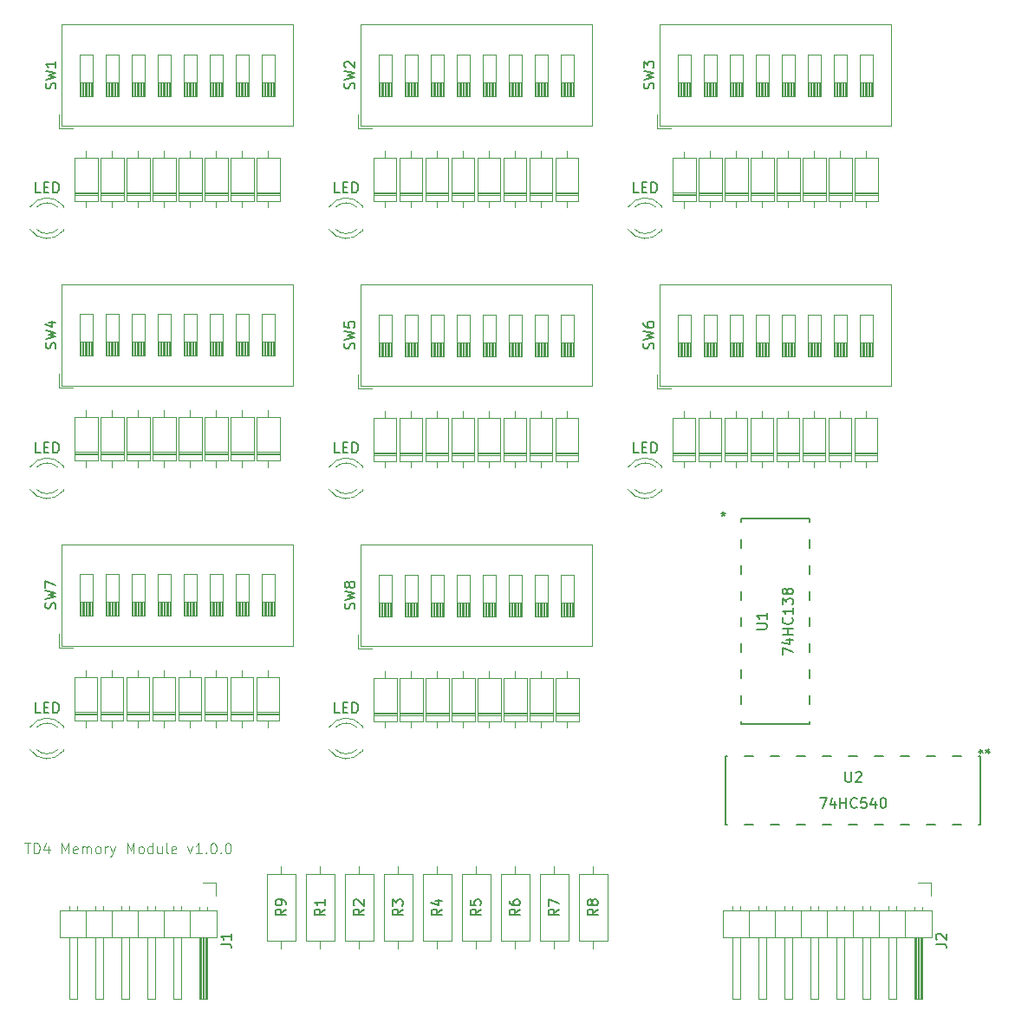
<source format=gto>
G04 #@! TF.GenerationSoftware,KiCad,Pcbnew,8.0.6*
G04 #@! TF.CreationDate,2024-11-11T00:09:23+09:00*
G04 #@! TF.ProjectId,memory_module,6d656d6f-7279-45f6-9d6f-64756c652e6b,rev?*
G04 #@! TF.SameCoordinates,Original*
G04 #@! TF.FileFunction,Legend,Top*
G04 #@! TF.FilePolarity,Positive*
%FSLAX46Y46*%
G04 Gerber Fmt 4.6, Leading zero omitted, Abs format (unit mm)*
G04 Created by KiCad (PCBNEW 8.0.6) date 2024-11-11 00:09:23*
%MOMM*%
%LPD*%
G01*
G04 APERTURE LIST*
%ADD10C,0.100000*%
%ADD11C,0.150000*%
%ADD12C,0.120000*%
%ADD13C,0.152400*%
G04 APERTURE END LIST*
D10*
X44161027Y-123872419D02*
X44732455Y-123872419D01*
X44446741Y-124872419D02*
X44446741Y-123872419D01*
X45065789Y-124872419D02*
X45065789Y-123872419D01*
X45065789Y-123872419D02*
X45303884Y-123872419D01*
X45303884Y-123872419D02*
X45446741Y-123920038D01*
X45446741Y-123920038D02*
X45541979Y-124015276D01*
X45541979Y-124015276D02*
X45589598Y-124110514D01*
X45589598Y-124110514D02*
X45637217Y-124300990D01*
X45637217Y-124300990D02*
X45637217Y-124443847D01*
X45637217Y-124443847D02*
X45589598Y-124634323D01*
X45589598Y-124634323D02*
X45541979Y-124729561D01*
X45541979Y-124729561D02*
X45446741Y-124824800D01*
X45446741Y-124824800D02*
X45303884Y-124872419D01*
X45303884Y-124872419D02*
X45065789Y-124872419D01*
X46494360Y-124205752D02*
X46494360Y-124872419D01*
X46256265Y-123824800D02*
X46018170Y-124539085D01*
X46018170Y-124539085D02*
X46637217Y-124539085D01*
X47780075Y-124872419D02*
X47780075Y-123872419D01*
X47780075Y-123872419D02*
X48113408Y-124586704D01*
X48113408Y-124586704D02*
X48446741Y-123872419D01*
X48446741Y-123872419D02*
X48446741Y-124872419D01*
X49303884Y-124824800D02*
X49208646Y-124872419D01*
X49208646Y-124872419D02*
X49018170Y-124872419D01*
X49018170Y-124872419D02*
X48922932Y-124824800D01*
X48922932Y-124824800D02*
X48875313Y-124729561D01*
X48875313Y-124729561D02*
X48875313Y-124348609D01*
X48875313Y-124348609D02*
X48922932Y-124253371D01*
X48922932Y-124253371D02*
X49018170Y-124205752D01*
X49018170Y-124205752D02*
X49208646Y-124205752D01*
X49208646Y-124205752D02*
X49303884Y-124253371D01*
X49303884Y-124253371D02*
X49351503Y-124348609D01*
X49351503Y-124348609D02*
X49351503Y-124443847D01*
X49351503Y-124443847D02*
X48875313Y-124539085D01*
X49780075Y-124872419D02*
X49780075Y-124205752D01*
X49780075Y-124300990D02*
X49827694Y-124253371D01*
X49827694Y-124253371D02*
X49922932Y-124205752D01*
X49922932Y-124205752D02*
X50065789Y-124205752D01*
X50065789Y-124205752D02*
X50161027Y-124253371D01*
X50161027Y-124253371D02*
X50208646Y-124348609D01*
X50208646Y-124348609D02*
X50208646Y-124872419D01*
X50208646Y-124348609D02*
X50256265Y-124253371D01*
X50256265Y-124253371D02*
X50351503Y-124205752D01*
X50351503Y-124205752D02*
X50494360Y-124205752D01*
X50494360Y-124205752D02*
X50589599Y-124253371D01*
X50589599Y-124253371D02*
X50637218Y-124348609D01*
X50637218Y-124348609D02*
X50637218Y-124872419D01*
X51256265Y-124872419D02*
X51161027Y-124824800D01*
X51161027Y-124824800D02*
X51113408Y-124777180D01*
X51113408Y-124777180D02*
X51065789Y-124681942D01*
X51065789Y-124681942D02*
X51065789Y-124396228D01*
X51065789Y-124396228D02*
X51113408Y-124300990D01*
X51113408Y-124300990D02*
X51161027Y-124253371D01*
X51161027Y-124253371D02*
X51256265Y-124205752D01*
X51256265Y-124205752D02*
X51399122Y-124205752D01*
X51399122Y-124205752D02*
X51494360Y-124253371D01*
X51494360Y-124253371D02*
X51541979Y-124300990D01*
X51541979Y-124300990D02*
X51589598Y-124396228D01*
X51589598Y-124396228D02*
X51589598Y-124681942D01*
X51589598Y-124681942D02*
X51541979Y-124777180D01*
X51541979Y-124777180D02*
X51494360Y-124824800D01*
X51494360Y-124824800D02*
X51399122Y-124872419D01*
X51399122Y-124872419D02*
X51256265Y-124872419D01*
X52018170Y-124872419D02*
X52018170Y-124205752D01*
X52018170Y-124396228D02*
X52065789Y-124300990D01*
X52065789Y-124300990D02*
X52113408Y-124253371D01*
X52113408Y-124253371D02*
X52208646Y-124205752D01*
X52208646Y-124205752D02*
X52303884Y-124205752D01*
X52541980Y-124205752D02*
X52780075Y-124872419D01*
X53018170Y-124205752D02*
X52780075Y-124872419D01*
X52780075Y-124872419D02*
X52684837Y-125110514D01*
X52684837Y-125110514D02*
X52637218Y-125158133D01*
X52637218Y-125158133D02*
X52541980Y-125205752D01*
X54161028Y-124872419D02*
X54161028Y-123872419D01*
X54161028Y-123872419D02*
X54494361Y-124586704D01*
X54494361Y-124586704D02*
X54827694Y-123872419D01*
X54827694Y-123872419D02*
X54827694Y-124872419D01*
X55446742Y-124872419D02*
X55351504Y-124824800D01*
X55351504Y-124824800D02*
X55303885Y-124777180D01*
X55303885Y-124777180D02*
X55256266Y-124681942D01*
X55256266Y-124681942D02*
X55256266Y-124396228D01*
X55256266Y-124396228D02*
X55303885Y-124300990D01*
X55303885Y-124300990D02*
X55351504Y-124253371D01*
X55351504Y-124253371D02*
X55446742Y-124205752D01*
X55446742Y-124205752D02*
X55589599Y-124205752D01*
X55589599Y-124205752D02*
X55684837Y-124253371D01*
X55684837Y-124253371D02*
X55732456Y-124300990D01*
X55732456Y-124300990D02*
X55780075Y-124396228D01*
X55780075Y-124396228D02*
X55780075Y-124681942D01*
X55780075Y-124681942D02*
X55732456Y-124777180D01*
X55732456Y-124777180D02*
X55684837Y-124824800D01*
X55684837Y-124824800D02*
X55589599Y-124872419D01*
X55589599Y-124872419D02*
X55446742Y-124872419D01*
X56637218Y-124872419D02*
X56637218Y-123872419D01*
X56637218Y-124824800D02*
X56541980Y-124872419D01*
X56541980Y-124872419D02*
X56351504Y-124872419D01*
X56351504Y-124872419D02*
X56256266Y-124824800D01*
X56256266Y-124824800D02*
X56208647Y-124777180D01*
X56208647Y-124777180D02*
X56161028Y-124681942D01*
X56161028Y-124681942D02*
X56161028Y-124396228D01*
X56161028Y-124396228D02*
X56208647Y-124300990D01*
X56208647Y-124300990D02*
X56256266Y-124253371D01*
X56256266Y-124253371D02*
X56351504Y-124205752D01*
X56351504Y-124205752D02*
X56541980Y-124205752D01*
X56541980Y-124205752D02*
X56637218Y-124253371D01*
X57541980Y-124205752D02*
X57541980Y-124872419D01*
X57113409Y-124205752D02*
X57113409Y-124729561D01*
X57113409Y-124729561D02*
X57161028Y-124824800D01*
X57161028Y-124824800D02*
X57256266Y-124872419D01*
X57256266Y-124872419D02*
X57399123Y-124872419D01*
X57399123Y-124872419D02*
X57494361Y-124824800D01*
X57494361Y-124824800D02*
X57541980Y-124777180D01*
X58161028Y-124872419D02*
X58065790Y-124824800D01*
X58065790Y-124824800D02*
X58018171Y-124729561D01*
X58018171Y-124729561D02*
X58018171Y-123872419D01*
X58922933Y-124824800D02*
X58827695Y-124872419D01*
X58827695Y-124872419D02*
X58637219Y-124872419D01*
X58637219Y-124872419D02*
X58541981Y-124824800D01*
X58541981Y-124824800D02*
X58494362Y-124729561D01*
X58494362Y-124729561D02*
X58494362Y-124348609D01*
X58494362Y-124348609D02*
X58541981Y-124253371D01*
X58541981Y-124253371D02*
X58637219Y-124205752D01*
X58637219Y-124205752D02*
X58827695Y-124205752D01*
X58827695Y-124205752D02*
X58922933Y-124253371D01*
X58922933Y-124253371D02*
X58970552Y-124348609D01*
X58970552Y-124348609D02*
X58970552Y-124443847D01*
X58970552Y-124443847D02*
X58494362Y-124539085D01*
X60065791Y-124205752D02*
X60303886Y-124872419D01*
X60303886Y-124872419D02*
X60541981Y-124205752D01*
X61446743Y-124872419D02*
X60875315Y-124872419D01*
X61161029Y-124872419D02*
X61161029Y-123872419D01*
X61161029Y-123872419D02*
X61065791Y-124015276D01*
X61065791Y-124015276D02*
X60970553Y-124110514D01*
X60970553Y-124110514D02*
X60875315Y-124158133D01*
X61875315Y-124777180D02*
X61922934Y-124824800D01*
X61922934Y-124824800D02*
X61875315Y-124872419D01*
X61875315Y-124872419D02*
X61827696Y-124824800D01*
X61827696Y-124824800D02*
X61875315Y-124777180D01*
X61875315Y-124777180D02*
X61875315Y-124872419D01*
X62541981Y-123872419D02*
X62637219Y-123872419D01*
X62637219Y-123872419D02*
X62732457Y-123920038D01*
X62732457Y-123920038D02*
X62780076Y-123967657D01*
X62780076Y-123967657D02*
X62827695Y-124062895D01*
X62827695Y-124062895D02*
X62875314Y-124253371D01*
X62875314Y-124253371D02*
X62875314Y-124491466D01*
X62875314Y-124491466D02*
X62827695Y-124681942D01*
X62827695Y-124681942D02*
X62780076Y-124777180D01*
X62780076Y-124777180D02*
X62732457Y-124824800D01*
X62732457Y-124824800D02*
X62637219Y-124872419D01*
X62637219Y-124872419D02*
X62541981Y-124872419D01*
X62541981Y-124872419D02*
X62446743Y-124824800D01*
X62446743Y-124824800D02*
X62399124Y-124777180D01*
X62399124Y-124777180D02*
X62351505Y-124681942D01*
X62351505Y-124681942D02*
X62303886Y-124491466D01*
X62303886Y-124491466D02*
X62303886Y-124253371D01*
X62303886Y-124253371D02*
X62351505Y-124062895D01*
X62351505Y-124062895D02*
X62399124Y-123967657D01*
X62399124Y-123967657D02*
X62446743Y-123920038D01*
X62446743Y-123920038D02*
X62541981Y-123872419D01*
X63303886Y-124777180D02*
X63351505Y-124824800D01*
X63351505Y-124824800D02*
X63303886Y-124872419D01*
X63303886Y-124872419D02*
X63256267Y-124824800D01*
X63256267Y-124824800D02*
X63303886Y-124777180D01*
X63303886Y-124777180D02*
X63303886Y-124872419D01*
X63970552Y-123872419D02*
X64065790Y-123872419D01*
X64065790Y-123872419D02*
X64161028Y-123920038D01*
X64161028Y-123920038D02*
X64208647Y-123967657D01*
X64208647Y-123967657D02*
X64256266Y-124062895D01*
X64256266Y-124062895D02*
X64303885Y-124253371D01*
X64303885Y-124253371D02*
X64303885Y-124491466D01*
X64303885Y-124491466D02*
X64256266Y-124681942D01*
X64256266Y-124681942D02*
X64208647Y-124777180D01*
X64208647Y-124777180D02*
X64161028Y-124824800D01*
X64161028Y-124824800D02*
X64065790Y-124872419D01*
X64065790Y-124872419D02*
X63970552Y-124872419D01*
X63970552Y-124872419D02*
X63875314Y-124824800D01*
X63875314Y-124824800D02*
X63827695Y-124777180D01*
X63827695Y-124777180D02*
X63780076Y-124681942D01*
X63780076Y-124681942D02*
X63732457Y-124491466D01*
X63732457Y-124491466D02*
X63732457Y-124253371D01*
X63732457Y-124253371D02*
X63780076Y-124062895D01*
X63780076Y-124062895D02*
X63827695Y-123967657D01*
X63827695Y-123967657D02*
X63875314Y-123920038D01*
X63875314Y-123920038D02*
X63970552Y-123872419D01*
D11*
X45707142Y-85754819D02*
X45230952Y-85754819D01*
X45230952Y-85754819D02*
X45230952Y-84754819D01*
X46040476Y-85231009D02*
X46373809Y-85231009D01*
X46516666Y-85754819D02*
X46040476Y-85754819D01*
X46040476Y-85754819D02*
X46040476Y-84754819D01*
X46040476Y-84754819D02*
X46516666Y-84754819D01*
X46945238Y-85754819D02*
X46945238Y-84754819D01*
X46945238Y-84754819D02*
X47183333Y-84754819D01*
X47183333Y-84754819D02*
X47326190Y-84802438D01*
X47326190Y-84802438D02*
X47421428Y-84897676D01*
X47421428Y-84897676D02*
X47469047Y-84992914D01*
X47469047Y-84992914D02*
X47516666Y-85183390D01*
X47516666Y-85183390D02*
X47516666Y-85326247D01*
X47516666Y-85326247D02*
X47469047Y-85516723D01*
X47469047Y-85516723D02*
X47421428Y-85611961D01*
X47421428Y-85611961D02*
X47326190Y-85707200D01*
X47326190Y-85707200D02*
X47183333Y-85754819D01*
X47183333Y-85754819D02*
X46945238Y-85754819D01*
X77284819Y-130336666D02*
X76808628Y-130669999D01*
X77284819Y-130908094D02*
X76284819Y-130908094D01*
X76284819Y-130908094D02*
X76284819Y-130527142D01*
X76284819Y-130527142D02*
X76332438Y-130431904D01*
X76332438Y-130431904D02*
X76380057Y-130384285D01*
X76380057Y-130384285D02*
X76475295Y-130336666D01*
X76475295Y-130336666D02*
X76618152Y-130336666D01*
X76618152Y-130336666D02*
X76713390Y-130384285D01*
X76713390Y-130384285D02*
X76761009Y-130431904D01*
X76761009Y-130431904D02*
X76808628Y-130527142D01*
X76808628Y-130527142D02*
X76808628Y-130908094D01*
X76380057Y-129955713D02*
X76332438Y-129908094D01*
X76332438Y-129908094D02*
X76284819Y-129812856D01*
X76284819Y-129812856D02*
X76284819Y-129574761D01*
X76284819Y-129574761D02*
X76332438Y-129479523D01*
X76332438Y-129479523D02*
X76380057Y-129431904D01*
X76380057Y-129431904D02*
X76475295Y-129384285D01*
X76475295Y-129384285D02*
X76570533Y-129384285D01*
X76570533Y-129384285D02*
X76713390Y-129431904D01*
X76713390Y-129431904D02*
X77284819Y-130003332D01*
X77284819Y-130003332D02*
X77284819Y-129384285D01*
X74917142Y-85754819D02*
X74440952Y-85754819D01*
X74440952Y-85754819D02*
X74440952Y-84754819D01*
X75250476Y-85231009D02*
X75583809Y-85231009D01*
X75726666Y-85754819D02*
X75250476Y-85754819D01*
X75250476Y-85754819D02*
X75250476Y-84754819D01*
X75250476Y-84754819D02*
X75726666Y-84754819D01*
X76155238Y-85754819D02*
X76155238Y-84754819D01*
X76155238Y-84754819D02*
X76393333Y-84754819D01*
X76393333Y-84754819D02*
X76536190Y-84802438D01*
X76536190Y-84802438D02*
X76631428Y-84897676D01*
X76631428Y-84897676D02*
X76679047Y-84992914D01*
X76679047Y-84992914D02*
X76726666Y-85183390D01*
X76726666Y-85183390D02*
X76726666Y-85326247D01*
X76726666Y-85326247D02*
X76679047Y-85516723D01*
X76679047Y-85516723D02*
X76631428Y-85611961D01*
X76631428Y-85611961D02*
X76536190Y-85707200D01*
X76536190Y-85707200D02*
X76393333Y-85754819D01*
X76393333Y-85754819D02*
X76155238Y-85754819D01*
X84904819Y-130336666D02*
X84428628Y-130669999D01*
X84904819Y-130908094D02*
X83904819Y-130908094D01*
X83904819Y-130908094D02*
X83904819Y-130527142D01*
X83904819Y-130527142D02*
X83952438Y-130431904D01*
X83952438Y-130431904D02*
X84000057Y-130384285D01*
X84000057Y-130384285D02*
X84095295Y-130336666D01*
X84095295Y-130336666D02*
X84238152Y-130336666D01*
X84238152Y-130336666D02*
X84333390Y-130384285D01*
X84333390Y-130384285D02*
X84381009Y-130431904D01*
X84381009Y-130431904D02*
X84428628Y-130527142D01*
X84428628Y-130527142D02*
X84428628Y-130908094D01*
X84238152Y-129479523D02*
X84904819Y-129479523D01*
X83857200Y-129717618D02*
X84571485Y-129955713D01*
X84571485Y-129955713D02*
X84571485Y-129336666D01*
X47147200Y-50223332D02*
X47194819Y-50080475D01*
X47194819Y-50080475D02*
X47194819Y-49842380D01*
X47194819Y-49842380D02*
X47147200Y-49747142D01*
X47147200Y-49747142D02*
X47099580Y-49699523D01*
X47099580Y-49699523D02*
X47004342Y-49651904D01*
X47004342Y-49651904D02*
X46909104Y-49651904D01*
X46909104Y-49651904D02*
X46813866Y-49699523D01*
X46813866Y-49699523D02*
X46766247Y-49747142D01*
X46766247Y-49747142D02*
X46718628Y-49842380D01*
X46718628Y-49842380D02*
X46671009Y-50032856D01*
X46671009Y-50032856D02*
X46623390Y-50128094D01*
X46623390Y-50128094D02*
X46575771Y-50175713D01*
X46575771Y-50175713D02*
X46480533Y-50223332D01*
X46480533Y-50223332D02*
X46385295Y-50223332D01*
X46385295Y-50223332D02*
X46290057Y-50175713D01*
X46290057Y-50175713D02*
X46242438Y-50128094D01*
X46242438Y-50128094D02*
X46194819Y-50032856D01*
X46194819Y-50032856D02*
X46194819Y-49794761D01*
X46194819Y-49794761D02*
X46242438Y-49651904D01*
X46194819Y-49318570D02*
X47194819Y-49080475D01*
X47194819Y-49080475D02*
X46480533Y-48889999D01*
X46480533Y-48889999D02*
X47194819Y-48699523D01*
X47194819Y-48699523D02*
X46194819Y-48461428D01*
X47194819Y-47556666D02*
X47194819Y-48128094D01*
X47194819Y-47842380D02*
X46194819Y-47842380D01*
X46194819Y-47842380D02*
X46337676Y-47937618D01*
X46337676Y-47937618D02*
X46432914Y-48032856D01*
X46432914Y-48032856D02*
X46480533Y-48128094D01*
X76347200Y-75623332D02*
X76394819Y-75480475D01*
X76394819Y-75480475D02*
X76394819Y-75242380D01*
X76394819Y-75242380D02*
X76347200Y-75147142D01*
X76347200Y-75147142D02*
X76299580Y-75099523D01*
X76299580Y-75099523D02*
X76204342Y-75051904D01*
X76204342Y-75051904D02*
X76109104Y-75051904D01*
X76109104Y-75051904D02*
X76013866Y-75099523D01*
X76013866Y-75099523D02*
X75966247Y-75147142D01*
X75966247Y-75147142D02*
X75918628Y-75242380D01*
X75918628Y-75242380D02*
X75871009Y-75432856D01*
X75871009Y-75432856D02*
X75823390Y-75528094D01*
X75823390Y-75528094D02*
X75775771Y-75575713D01*
X75775771Y-75575713D02*
X75680533Y-75623332D01*
X75680533Y-75623332D02*
X75585295Y-75623332D01*
X75585295Y-75623332D02*
X75490057Y-75575713D01*
X75490057Y-75575713D02*
X75442438Y-75528094D01*
X75442438Y-75528094D02*
X75394819Y-75432856D01*
X75394819Y-75432856D02*
X75394819Y-75194761D01*
X75394819Y-75194761D02*
X75442438Y-75051904D01*
X75394819Y-74718570D02*
X76394819Y-74480475D01*
X76394819Y-74480475D02*
X75680533Y-74289999D01*
X75680533Y-74289999D02*
X76394819Y-74099523D01*
X76394819Y-74099523D02*
X75394819Y-73861428D01*
X75394819Y-73004285D02*
X75394819Y-73480475D01*
X75394819Y-73480475D02*
X75871009Y-73528094D01*
X75871009Y-73528094D02*
X75823390Y-73480475D01*
X75823390Y-73480475D02*
X75775771Y-73385237D01*
X75775771Y-73385237D02*
X75775771Y-73147142D01*
X75775771Y-73147142D02*
X75823390Y-73051904D01*
X75823390Y-73051904D02*
X75871009Y-73004285D01*
X75871009Y-73004285D02*
X75966247Y-72956666D01*
X75966247Y-72956666D02*
X76204342Y-72956666D01*
X76204342Y-72956666D02*
X76299580Y-73004285D01*
X76299580Y-73004285D02*
X76347200Y-73051904D01*
X76347200Y-73051904D02*
X76394819Y-73147142D01*
X76394819Y-73147142D02*
X76394819Y-73385237D01*
X76394819Y-73385237D02*
X76347200Y-73480475D01*
X76347200Y-73480475D02*
X76299580Y-73528094D01*
X105567200Y-50223332D02*
X105614819Y-50080475D01*
X105614819Y-50080475D02*
X105614819Y-49842380D01*
X105614819Y-49842380D02*
X105567200Y-49747142D01*
X105567200Y-49747142D02*
X105519580Y-49699523D01*
X105519580Y-49699523D02*
X105424342Y-49651904D01*
X105424342Y-49651904D02*
X105329104Y-49651904D01*
X105329104Y-49651904D02*
X105233866Y-49699523D01*
X105233866Y-49699523D02*
X105186247Y-49747142D01*
X105186247Y-49747142D02*
X105138628Y-49842380D01*
X105138628Y-49842380D02*
X105091009Y-50032856D01*
X105091009Y-50032856D02*
X105043390Y-50128094D01*
X105043390Y-50128094D02*
X104995771Y-50175713D01*
X104995771Y-50175713D02*
X104900533Y-50223332D01*
X104900533Y-50223332D02*
X104805295Y-50223332D01*
X104805295Y-50223332D02*
X104710057Y-50175713D01*
X104710057Y-50175713D02*
X104662438Y-50128094D01*
X104662438Y-50128094D02*
X104614819Y-50032856D01*
X104614819Y-50032856D02*
X104614819Y-49794761D01*
X104614819Y-49794761D02*
X104662438Y-49651904D01*
X104614819Y-49318570D02*
X105614819Y-49080475D01*
X105614819Y-49080475D02*
X104900533Y-48889999D01*
X104900533Y-48889999D02*
X105614819Y-48699523D01*
X105614819Y-48699523D02*
X104614819Y-48461428D01*
X104614819Y-48175713D02*
X104614819Y-47556666D01*
X104614819Y-47556666D02*
X104995771Y-47889999D01*
X104995771Y-47889999D02*
X104995771Y-47747142D01*
X104995771Y-47747142D02*
X105043390Y-47651904D01*
X105043390Y-47651904D02*
X105091009Y-47604285D01*
X105091009Y-47604285D02*
X105186247Y-47556666D01*
X105186247Y-47556666D02*
X105424342Y-47556666D01*
X105424342Y-47556666D02*
X105519580Y-47604285D01*
X105519580Y-47604285D02*
X105567200Y-47651904D01*
X105567200Y-47651904D02*
X105614819Y-47747142D01*
X105614819Y-47747142D02*
X105614819Y-48032856D01*
X105614819Y-48032856D02*
X105567200Y-48128094D01*
X105567200Y-48128094D02*
X105519580Y-48175713D01*
X100144819Y-130336666D02*
X99668628Y-130669999D01*
X100144819Y-130908094D02*
X99144819Y-130908094D01*
X99144819Y-130908094D02*
X99144819Y-130527142D01*
X99144819Y-130527142D02*
X99192438Y-130431904D01*
X99192438Y-130431904D02*
X99240057Y-130384285D01*
X99240057Y-130384285D02*
X99335295Y-130336666D01*
X99335295Y-130336666D02*
X99478152Y-130336666D01*
X99478152Y-130336666D02*
X99573390Y-130384285D01*
X99573390Y-130384285D02*
X99621009Y-130431904D01*
X99621009Y-130431904D02*
X99668628Y-130527142D01*
X99668628Y-130527142D02*
X99668628Y-130908094D01*
X99573390Y-129765237D02*
X99525771Y-129860475D01*
X99525771Y-129860475D02*
X99478152Y-129908094D01*
X99478152Y-129908094D02*
X99382914Y-129955713D01*
X99382914Y-129955713D02*
X99335295Y-129955713D01*
X99335295Y-129955713D02*
X99240057Y-129908094D01*
X99240057Y-129908094D02*
X99192438Y-129860475D01*
X99192438Y-129860475D02*
X99144819Y-129765237D01*
X99144819Y-129765237D02*
X99144819Y-129574761D01*
X99144819Y-129574761D02*
X99192438Y-129479523D01*
X99192438Y-129479523D02*
X99240057Y-129431904D01*
X99240057Y-129431904D02*
X99335295Y-129384285D01*
X99335295Y-129384285D02*
X99382914Y-129384285D01*
X99382914Y-129384285D02*
X99478152Y-129431904D01*
X99478152Y-129431904D02*
X99525771Y-129479523D01*
X99525771Y-129479523D02*
X99573390Y-129574761D01*
X99573390Y-129574761D02*
X99573390Y-129765237D01*
X99573390Y-129765237D02*
X99621009Y-129860475D01*
X99621009Y-129860475D02*
X99668628Y-129908094D01*
X99668628Y-129908094D02*
X99763866Y-129955713D01*
X99763866Y-129955713D02*
X99954342Y-129955713D01*
X99954342Y-129955713D02*
X100049580Y-129908094D01*
X100049580Y-129908094D02*
X100097200Y-129860475D01*
X100097200Y-129860475D02*
X100144819Y-129765237D01*
X100144819Y-129765237D02*
X100144819Y-129574761D01*
X100144819Y-129574761D02*
X100097200Y-129479523D01*
X100097200Y-129479523D02*
X100049580Y-129431904D01*
X100049580Y-129431904D02*
X99954342Y-129384285D01*
X99954342Y-129384285D02*
X99763866Y-129384285D01*
X99763866Y-129384285D02*
X99668628Y-129431904D01*
X99668628Y-129431904D02*
X99621009Y-129479523D01*
X99621009Y-129479523D02*
X99573390Y-129574761D01*
X115654819Y-102991904D02*
X116464342Y-102991904D01*
X116464342Y-102991904D02*
X116559580Y-102944285D01*
X116559580Y-102944285D02*
X116607200Y-102896666D01*
X116607200Y-102896666D02*
X116654819Y-102801428D01*
X116654819Y-102801428D02*
X116654819Y-102610952D01*
X116654819Y-102610952D02*
X116607200Y-102515714D01*
X116607200Y-102515714D02*
X116559580Y-102468095D01*
X116559580Y-102468095D02*
X116464342Y-102420476D01*
X116464342Y-102420476D02*
X115654819Y-102420476D01*
X116654819Y-101420476D02*
X116654819Y-101991904D01*
X116654819Y-101706190D02*
X115654819Y-101706190D01*
X115654819Y-101706190D02*
X115797676Y-101801428D01*
X115797676Y-101801428D02*
X115892914Y-101896666D01*
X115892914Y-101896666D02*
X115940533Y-101991904D01*
X118194819Y-105491904D02*
X118194819Y-104825238D01*
X118194819Y-104825238D02*
X119194819Y-105253809D01*
X118528152Y-104015714D02*
X119194819Y-104015714D01*
X118147200Y-104253809D02*
X118861485Y-104491904D01*
X118861485Y-104491904D02*
X118861485Y-103872857D01*
X119194819Y-103491904D02*
X118194819Y-103491904D01*
X118671009Y-103491904D02*
X118671009Y-102920476D01*
X119194819Y-102920476D02*
X118194819Y-102920476D01*
X119099580Y-101872857D02*
X119147200Y-101920476D01*
X119147200Y-101920476D02*
X119194819Y-102063333D01*
X119194819Y-102063333D02*
X119194819Y-102158571D01*
X119194819Y-102158571D02*
X119147200Y-102301428D01*
X119147200Y-102301428D02*
X119051961Y-102396666D01*
X119051961Y-102396666D02*
X118956723Y-102444285D01*
X118956723Y-102444285D02*
X118766247Y-102491904D01*
X118766247Y-102491904D02*
X118623390Y-102491904D01*
X118623390Y-102491904D02*
X118432914Y-102444285D01*
X118432914Y-102444285D02*
X118337676Y-102396666D01*
X118337676Y-102396666D02*
X118242438Y-102301428D01*
X118242438Y-102301428D02*
X118194819Y-102158571D01*
X118194819Y-102158571D02*
X118194819Y-102063333D01*
X118194819Y-102063333D02*
X118242438Y-101920476D01*
X118242438Y-101920476D02*
X118290057Y-101872857D01*
X119194819Y-100920476D02*
X119194819Y-101491904D01*
X119194819Y-101206190D02*
X118194819Y-101206190D01*
X118194819Y-101206190D02*
X118337676Y-101301428D01*
X118337676Y-101301428D02*
X118432914Y-101396666D01*
X118432914Y-101396666D02*
X118480533Y-101491904D01*
X118194819Y-100587142D02*
X118194819Y-99968095D01*
X118194819Y-99968095D02*
X118575771Y-100301428D01*
X118575771Y-100301428D02*
X118575771Y-100158571D01*
X118575771Y-100158571D02*
X118623390Y-100063333D01*
X118623390Y-100063333D02*
X118671009Y-100015714D01*
X118671009Y-100015714D02*
X118766247Y-99968095D01*
X118766247Y-99968095D02*
X119004342Y-99968095D01*
X119004342Y-99968095D02*
X119099580Y-100015714D01*
X119099580Y-100015714D02*
X119147200Y-100063333D01*
X119147200Y-100063333D02*
X119194819Y-100158571D01*
X119194819Y-100158571D02*
X119194819Y-100444285D01*
X119194819Y-100444285D02*
X119147200Y-100539523D01*
X119147200Y-100539523D02*
X119099580Y-100587142D01*
X118623390Y-99396666D02*
X118575771Y-99491904D01*
X118575771Y-99491904D02*
X118528152Y-99539523D01*
X118528152Y-99539523D02*
X118432914Y-99587142D01*
X118432914Y-99587142D02*
X118385295Y-99587142D01*
X118385295Y-99587142D02*
X118290057Y-99539523D01*
X118290057Y-99539523D02*
X118242438Y-99491904D01*
X118242438Y-99491904D02*
X118194819Y-99396666D01*
X118194819Y-99396666D02*
X118194819Y-99206190D01*
X118194819Y-99206190D02*
X118242438Y-99110952D01*
X118242438Y-99110952D02*
X118290057Y-99063333D01*
X118290057Y-99063333D02*
X118385295Y-99015714D01*
X118385295Y-99015714D02*
X118432914Y-99015714D01*
X118432914Y-99015714D02*
X118528152Y-99063333D01*
X118528152Y-99063333D02*
X118575771Y-99110952D01*
X118575771Y-99110952D02*
X118623390Y-99206190D01*
X118623390Y-99206190D02*
X118623390Y-99396666D01*
X118623390Y-99396666D02*
X118671009Y-99491904D01*
X118671009Y-99491904D02*
X118718628Y-99539523D01*
X118718628Y-99539523D02*
X118813866Y-99587142D01*
X118813866Y-99587142D02*
X119004342Y-99587142D01*
X119004342Y-99587142D02*
X119099580Y-99539523D01*
X119099580Y-99539523D02*
X119147200Y-99491904D01*
X119147200Y-99491904D02*
X119194819Y-99396666D01*
X119194819Y-99396666D02*
X119194819Y-99206190D01*
X119194819Y-99206190D02*
X119147200Y-99110952D01*
X119147200Y-99110952D02*
X119099580Y-99063333D01*
X119099580Y-99063333D02*
X119004342Y-99015714D01*
X119004342Y-99015714D02*
X118813866Y-99015714D01*
X118813866Y-99015714D02*
X118718628Y-99063333D01*
X118718628Y-99063333D02*
X118671009Y-99110952D01*
X118671009Y-99110952D02*
X118623390Y-99206190D01*
X112390000Y-91524819D02*
X112390000Y-91762914D01*
X112151905Y-91667676D02*
X112390000Y-91762914D01*
X112390000Y-91762914D02*
X112628095Y-91667676D01*
X112247143Y-91953390D02*
X112390000Y-91762914D01*
X112390000Y-91762914D02*
X112532857Y-91953390D01*
X96334819Y-130336666D02*
X95858628Y-130669999D01*
X96334819Y-130908094D02*
X95334819Y-130908094D01*
X95334819Y-130908094D02*
X95334819Y-130527142D01*
X95334819Y-130527142D02*
X95382438Y-130431904D01*
X95382438Y-130431904D02*
X95430057Y-130384285D01*
X95430057Y-130384285D02*
X95525295Y-130336666D01*
X95525295Y-130336666D02*
X95668152Y-130336666D01*
X95668152Y-130336666D02*
X95763390Y-130384285D01*
X95763390Y-130384285D02*
X95811009Y-130431904D01*
X95811009Y-130431904D02*
X95858628Y-130527142D01*
X95858628Y-130527142D02*
X95858628Y-130908094D01*
X95334819Y-130003332D02*
X95334819Y-129336666D01*
X95334819Y-129336666D02*
X96334819Y-129765237D01*
X63314819Y-133718333D02*
X64029104Y-133718333D01*
X64029104Y-133718333D02*
X64171961Y-133765952D01*
X64171961Y-133765952D02*
X64267200Y-133861190D01*
X64267200Y-133861190D02*
X64314819Y-134004047D01*
X64314819Y-134004047D02*
X64314819Y-134099285D01*
X64314819Y-132718333D02*
X64314819Y-133289761D01*
X64314819Y-133004047D02*
X63314819Y-133004047D01*
X63314819Y-133004047D02*
X63457676Y-133099285D01*
X63457676Y-133099285D02*
X63552914Y-133194523D01*
X63552914Y-133194523D02*
X63600533Y-133289761D01*
X105557200Y-75623332D02*
X105604819Y-75480475D01*
X105604819Y-75480475D02*
X105604819Y-75242380D01*
X105604819Y-75242380D02*
X105557200Y-75147142D01*
X105557200Y-75147142D02*
X105509580Y-75099523D01*
X105509580Y-75099523D02*
X105414342Y-75051904D01*
X105414342Y-75051904D02*
X105319104Y-75051904D01*
X105319104Y-75051904D02*
X105223866Y-75099523D01*
X105223866Y-75099523D02*
X105176247Y-75147142D01*
X105176247Y-75147142D02*
X105128628Y-75242380D01*
X105128628Y-75242380D02*
X105081009Y-75432856D01*
X105081009Y-75432856D02*
X105033390Y-75528094D01*
X105033390Y-75528094D02*
X104985771Y-75575713D01*
X104985771Y-75575713D02*
X104890533Y-75623332D01*
X104890533Y-75623332D02*
X104795295Y-75623332D01*
X104795295Y-75623332D02*
X104700057Y-75575713D01*
X104700057Y-75575713D02*
X104652438Y-75528094D01*
X104652438Y-75528094D02*
X104604819Y-75432856D01*
X104604819Y-75432856D02*
X104604819Y-75194761D01*
X104604819Y-75194761D02*
X104652438Y-75051904D01*
X104604819Y-74718570D02*
X105604819Y-74480475D01*
X105604819Y-74480475D02*
X104890533Y-74289999D01*
X104890533Y-74289999D02*
X105604819Y-74099523D01*
X105604819Y-74099523D02*
X104604819Y-73861428D01*
X104604819Y-73051904D02*
X104604819Y-73242380D01*
X104604819Y-73242380D02*
X104652438Y-73337618D01*
X104652438Y-73337618D02*
X104700057Y-73385237D01*
X104700057Y-73385237D02*
X104842914Y-73480475D01*
X104842914Y-73480475D02*
X105033390Y-73528094D01*
X105033390Y-73528094D02*
X105414342Y-73528094D01*
X105414342Y-73528094D02*
X105509580Y-73480475D01*
X105509580Y-73480475D02*
X105557200Y-73432856D01*
X105557200Y-73432856D02*
X105604819Y-73337618D01*
X105604819Y-73337618D02*
X105604819Y-73147142D01*
X105604819Y-73147142D02*
X105557200Y-73051904D01*
X105557200Y-73051904D02*
X105509580Y-73004285D01*
X105509580Y-73004285D02*
X105414342Y-72956666D01*
X105414342Y-72956666D02*
X105176247Y-72956666D01*
X105176247Y-72956666D02*
X105081009Y-73004285D01*
X105081009Y-73004285D02*
X105033390Y-73051904D01*
X105033390Y-73051904D02*
X104985771Y-73147142D01*
X104985771Y-73147142D02*
X104985771Y-73337618D01*
X104985771Y-73337618D02*
X105033390Y-73432856D01*
X105033390Y-73432856D02*
X105081009Y-73480475D01*
X105081009Y-73480475D02*
X105176247Y-73528094D01*
X74917142Y-111154819D02*
X74440952Y-111154819D01*
X74440952Y-111154819D02*
X74440952Y-110154819D01*
X75250476Y-110631009D02*
X75583809Y-110631009D01*
X75726666Y-111154819D02*
X75250476Y-111154819D01*
X75250476Y-111154819D02*
X75250476Y-110154819D01*
X75250476Y-110154819D02*
X75726666Y-110154819D01*
X76155238Y-111154819D02*
X76155238Y-110154819D01*
X76155238Y-110154819D02*
X76393333Y-110154819D01*
X76393333Y-110154819D02*
X76536190Y-110202438D01*
X76536190Y-110202438D02*
X76631428Y-110297676D01*
X76631428Y-110297676D02*
X76679047Y-110392914D01*
X76679047Y-110392914D02*
X76726666Y-110583390D01*
X76726666Y-110583390D02*
X76726666Y-110726247D01*
X76726666Y-110726247D02*
X76679047Y-110916723D01*
X76679047Y-110916723D02*
X76631428Y-111011961D01*
X76631428Y-111011961D02*
X76536190Y-111107200D01*
X76536190Y-111107200D02*
X76393333Y-111154819D01*
X76393333Y-111154819D02*
X76155238Y-111154819D01*
X45707142Y-111154819D02*
X45230952Y-111154819D01*
X45230952Y-111154819D02*
X45230952Y-110154819D01*
X46040476Y-110631009D02*
X46373809Y-110631009D01*
X46516666Y-111154819D02*
X46040476Y-111154819D01*
X46040476Y-111154819D02*
X46040476Y-110154819D01*
X46040476Y-110154819D02*
X46516666Y-110154819D01*
X46945238Y-111154819D02*
X46945238Y-110154819D01*
X46945238Y-110154819D02*
X47183333Y-110154819D01*
X47183333Y-110154819D02*
X47326190Y-110202438D01*
X47326190Y-110202438D02*
X47421428Y-110297676D01*
X47421428Y-110297676D02*
X47469047Y-110392914D01*
X47469047Y-110392914D02*
X47516666Y-110583390D01*
X47516666Y-110583390D02*
X47516666Y-110726247D01*
X47516666Y-110726247D02*
X47469047Y-110916723D01*
X47469047Y-110916723D02*
X47421428Y-111011961D01*
X47421428Y-111011961D02*
X47326190Y-111107200D01*
X47326190Y-111107200D02*
X47183333Y-111154819D01*
X47183333Y-111154819D02*
X46945238Y-111154819D01*
X45707142Y-60354819D02*
X45230952Y-60354819D01*
X45230952Y-60354819D02*
X45230952Y-59354819D01*
X46040476Y-59831009D02*
X46373809Y-59831009D01*
X46516666Y-60354819D02*
X46040476Y-60354819D01*
X46040476Y-60354819D02*
X46040476Y-59354819D01*
X46040476Y-59354819D02*
X46516666Y-59354819D01*
X46945238Y-60354819D02*
X46945238Y-59354819D01*
X46945238Y-59354819D02*
X47183333Y-59354819D01*
X47183333Y-59354819D02*
X47326190Y-59402438D01*
X47326190Y-59402438D02*
X47421428Y-59497676D01*
X47421428Y-59497676D02*
X47469047Y-59592914D01*
X47469047Y-59592914D02*
X47516666Y-59783390D01*
X47516666Y-59783390D02*
X47516666Y-59926247D01*
X47516666Y-59926247D02*
X47469047Y-60116723D01*
X47469047Y-60116723D02*
X47421428Y-60211961D01*
X47421428Y-60211961D02*
X47326190Y-60307200D01*
X47326190Y-60307200D02*
X47183333Y-60354819D01*
X47183333Y-60354819D02*
X46945238Y-60354819D01*
X76347200Y-50223332D02*
X76394819Y-50080475D01*
X76394819Y-50080475D02*
X76394819Y-49842380D01*
X76394819Y-49842380D02*
X76347200Y-49747142D01*
X76347200Y-49747142D02*
X76299580Y-49699523D01*
X76299580Y-49699523D02*
X76204342Y-49651904D01*
X76204342Y-49651904D02*
X76109104Y-49651904D01*
X76109104Y-49651904D02*
X76013866Y-49699523D01*
X76013866Y-49699523D02*
X75966247Y-49747142D01*
X75966247Y-49747142D02*
X75918628Y-49842380D01*
X75918628Y-49842380D02*
X75871009Y-50032856D01*
X75871009Y-50032856D02*
X75823390Y-50128094D01*
X75823390Y-50128094D02*
X75775771Y-50175713D01*
X75775771Y-50175713D02*
X75680533Y-50223332D01*
X75680533Y-50223332D02*
X75585295Y-50223332D01*
X75585295Y-50223332D02*
X75490057Y-50175713D01*
X75490057Y-50175713D02*
X75442438Y-50128094D01*
X75442438Y-50128094D02*
X75394819Y-50032856D01*
X75394819Y-50032856D02*
X75394819Y-49794761D01*
X75394819Y-49794761D02*
X75442438Y-49651904D01*
X75394819Y-49318570D02*
X76394819Y-49080475D01*
X76394819Y-49080475D02*
X75680533Y-48889999D01*
X75680533Y-48889999D02*
X76394819Y-48699523D01*
X76394819Y-48699523D02*
X75394819Y-48461428D01*
X75490057Y-48128094D02*
X75442438Y-48080475D01*
X75442438Y-48080475D02*
X75394819Y-47985237D01*
X75394819Y-47985237D02*
X75394819Y-47747142D01*
X75394819Y-47747142D02*
X75442438Y-47651904D01*
X75442438Y-47651904D02*
X75490057Y-47604285D01*
X75490057Y-47604285D02*
X75585295Y-47556666D01*
X75585295Y-47556666D02*
X75680533Y-47556666D01*
X75680533Y-47556666D02*
X75823390Y-47604285D01*
X75823390Y-47604285D02*
X76394819Y-48175713D01*
X76394819Y-48175713D02*
X76394819Y-47556666D01*
X104127142Y-60354819D02*
X103650952Y-60354819D01*
X103650952Y-60354819D02*
X103650952Y-59354819D01*
X104460476Y-59831009D02*
X104793809Y-59831009D01*
X104936666Y-60354819D02*
X104460476Y-60354819D01*
X104460476Y-60354819D02*
X104460476Y-59354819D01*
X104460476Y-59354819D02*
X104936666Y-59354819D01*
X105365238Y-60354819D02*
X105365238Y-59354819D01*
X105365238Y-59354819D02*
X105603333Y-59354819D01*
X105603333Y-59354819D02*
X105746190Y-59402438D01*
X105746190Y-59402438D02*
X105841428Y-59497676D01*
X105841428Y-59497676D02*
X105889047Y-59592914D01*
X105889047Y-59592914D02*
X105936666Y-59783390D01*
X105936666Y-59783390D02*
X105936666Y-59926247D01*
X105936666Y-59926247D02*
X105889047Y-60116723D01*
X105889047Y-60116723D02*
X105841428Y-60211961D01*
X105841428Y-60211961D02*
X105746190Y-60307200D01*
X105746190Y-60307200D02*
X105603333Y-60354819D01*
X105603333Y-60354819D02*
X105365238Y-60354819D01*
X124328095Y-116924819D02*
X124328095Y-117734342D01*
X124328095Y-117734342D02*
X124375714Y-117829580D01*
X124375714Y-117829580D02*
X124423333Y-117877200D01*
X124423333Y-117877200D02*
X124518571Y-117924819D01*
X124518571Y-117924819D02*
X124709047Y-117924819D01*
X124709047Y-117924819D02*
X124804285Y-117877200D01*
X124804285Y-117877200D02*
X124851904Y-117829580D01*
X124851904Y-117829580D02*
X124899523Y-117734342D01*
X124899523Y-117734342D02*
X124899523Y-116924819D01*
X125328095Y-117020057D02*
X125375714Y-116972438D01*
X125375714Y-116972438D02*
X125470952Y-116924819D01*
X125470952Y-116924819D02*
X125709047Y-116924819D01*
X125709047Y-116924819D02*
X125804285Y-116972438D01*
X125804285Y-116972438D02*
X125851904Y-117020057D01*
X125851904Y-117020057D02*
X125899523Y-117115295D01*
X125899523Y-117115295D02*
X125899523Y-117210533D01*
X125899523Y-117210533D02*
X125851904Y-117353390D01*
X125851904Y-117353390D02*
X125280476Y-117924819D01*
X125280476Y-117924819D02*
X125899523Y-117924819D01*
X121828095Y-119464819D02*
X122494761Y-119464819D01*
X122494761Y-119464819D02*
X122066190Y-120464819D01*
X123304285Y-119798152D02*
X123304285Y-120464819D01*
X123066190Y-119417200D02*
X122828095Y-120131485D01*
X122828095Y-120131485D02*
X123447142Y-120131485D01*
X123828095Y-120464819D02*
X123828095Y-119464819D01*
X123828095Y-119941009D02*
X124399523Y-119941009D01*
X124399523Y-120464819D02*
X124399523Y-119464819D01*
X125447142Y-120369580D02*
X125399523Y-120417200D01*
X125399523Y-120417200D02*
X125256666Y-120464819D01*
X125256666Y-120464819D02*
X125161428Y-120464819D01*
X125161428Y-120464819D02*
X125018571Y-120417200D01*
X125018571Y-120417200D02*
X124923333Y-120321961D01*
X124923333Y-120321961D02*
X124875714Y-120226723D01*
X124875714Y-120226723D02*
X124828095Y-120036247D01*
X124828095Y-120036247D02*
X124828095Y-119893390D01*
X124828095Y-119893390D02*
X124875714Y-119702914D01*
X124875714Y-119702914D02*
X124923333Y-119607676D01*
X124923333Y-119607676D02*
X125018571Y-119512438D01*
X125018571Y-119512438D02*
X125161428Y-119464819D01*
X125161428Y-119464819D02*
X125256666Y-119464819D01*
X125256666Y-119464819D02*
X125399523Y-119512438D01*
X125399523Y-119512438D02*
X125447142Y-119560057D01*
X126351904Y-119464819D02*
X125875714Y-119464819D01*
X125875714Y-119464819D02*
X125828095Y-119941009D01*
X125828095Y-119941009D02*
X125875714Y-119893390D01*
X125875714Y-119893390D02*
X125970952Y-119845771D01*
X125970952Y-119845771D02*
X126209047Y-119845771D01*
X126209047Y-119845771D02*
X126304285Y-119893390D01*
X126304285Y-119893390D02*
X126351904Y-119941009D01*
X126351904Y-119941009D02*
X126399523Y-120036247D01*
X126399523Y-120036247D02*
X126399523Y-120274342D01*
X126399523Y-120274342D02*
X126351904Y-120369580D01*
X126351904Y-120369580D02*
X126304285Y-120417200D01*
X126304285Y-120417200D02*
X126209047Y-120464819D01*
X126209047Y-120464819D02*
X125970952Y-120464819D01*
X125970952Y-120464819D02*
X125875714Y-120417200D01*
X125875714Y-120417200D02*
X125828095Y-120369580D01*
X127256666Y-119798152D02*
X127256666Y-120464819D01*
X127018571Y-119417200D02*
X126780476Y-120131485D01*
X126780476Y-120131485D02*
X127399523Y-120131485D01*
X127970952Y-119464819D02*
X128066190Y-119464819D01*
X128066190Y-119464819D02*
X128161428Y-119512438D01*
X128161428Y-119512438D02*
X128209047Y-119560057D01*
X128209047Y-119560057D02*
X128256666Y-119655295D01*
X128256666Y-119655295D02*
X128304285Y-119845771D01*
X128304285Y-119845771D02*
X128304285Y-120083866D01*
X128304285Y-120083866D02*
X128256666Y-120274342D01*
X128256666Y-120274342D02*
X128209047Y-120369580D01*
X128209047Y-120369580D02*
X128161428Y-120417200D01*
X128161428Y-120417200D02*
X128066190Y-120464819D01*
X128066190Y-120464819D02*
X127970952Y-120464819D01*
X127970952Y-120464819D02*
X127875714Y-120417200D01*
X127875714Y-120417200D02*
X127828095Y-120369580D01*
X127828095Y-120369580D02*
X127780476Y-120274342D01*
X127780476Y-120274342D02*
X127732857Y-120083866D01*
X127732857Y-120083866D02*
X127732857Y-119845771D01*
X127732857Y-119845771D02*
X127780476Y-119655295D01*
X127780476Y-119655295D02*
X127828095Y-119560057D01*
X127828095Y-119560057D02*
X127875714Y-119512438D01*
X127875714Y-119512438D02*
X127970952Y-119464819D01*
X137371819Y-114929999D02*
X137609914Y-114929999D01*
X137514676Y-115168094D02*
X137609914Y-114929999D01*
X137609914Y-114929999D02*
X137514676Y-114691904D01*
X137800390Y-115072856D02*
X137609914Y-114929999D01*
X137609914Y-114929999D02*
X137800390Y-114787142D01*
X138462180Y-114930000D02*
X138224085Y-114930000D01*
X138319323Y-114691905D02*
X138224085Y-114930000D01*
X138224085Y-114930000D02*
X138319323Y-115168095D01*
X138033609Y-114787143D02*
X138224085Y-114930000D01*
X138224085Y-114930000D02*
X138033609Y-115072857D01*
X81094819Y-130336666D02*
X80618628Y-130669999D01*
X81094819Y-130908094D02*
X80094819Y-130908094D01*
X80094819Y-130908094D02*
X80094819Y-130527142D01*
X80094819Y-130527142D02*
X80142438Y-130431904D01*
X80142438Y-130431904D02*
X80190057Y-130384285D01*
X80190057Y-130384285D02*
X80285295Y-130336666D01*
X80285295Y-130336666D02*
X80428152Y-130336666D01*
X80428152Y-130336666D02*
X80523390Y-130384285D01*
X80523390Y-130384285D02*
X80571009Y-130431904D01*
X80571009Y-130431904D02*
X80618628Y-130527142D01*
X80618628Y-130527142D02*
X80618628Y-130908094D01*
X80094819Y-130003332D02*
X80094819Y-129384285D01*
X80094819Y-129384285D02*
X80475771Y-129717618D01*
X80475771Y-129717618D02*
X80475771Y-129574761D01*
X80475771Y-129574761D02*
X80523390Y-129479523D01*
X80523390Y-129479523D02*
X80571009Y-129431904D01*
X80571009Y-129431904D02*
X80666247Y-129384285D01*
X80666247Y-129384285D02*
X80904342Y-129384285D01*
X80904342Y-129384285D02*
X80999580Y-129431904D01*
X80999580Y-129431904D02*
X81047200Y-129479523D01*
X81047200Y-129479523D02*
X81094819Y-129574761D01*
X81094819Y-129574761D02*
X81094819Y-129860475D01*
X81094819Y-129860475D02*
X81047200Y-129955713D01*
X81047200Y-129955713D02*
X80999580Y-130003332D01*
X76357200Y-101023332D02*
X76404819Y-100880475D01*
X76404819Y-100880475D02*
X76404819Y-100642380D01*
X76404819Y-100642380D02*
X76357200Y-100547142D01*
X76357200Y-100547142D02*
X76309580Y-100499523D01*
X76309580Y-100499523D02*
X76214342Y-100451904D01*
X76214342Y-100451904D02*
X76119104Y-100451904D01*
X76119104Y-100451904D02*
X76023866Y-100499523D01*
X76023866Y-100499523D02*
X75976247Y-100547142D01*
X75976247Y-100547142D02*
X75928628Y-100642380D01*
X75928628Y-100642380D02*
X75881009Y-100832856D01*
X75881009Y-100832856D02*
X75833390Y-100928094D01*
X75833390Y-100928094D02*
X75785771Y-100975713D01*
X75785771Y-100975713D02*
X75690533Y-101023332D01*
X75690533Y-101023332D02*
X75595295Y-101023332D01*
X75595295Y-101023332D02*
X75500057Y-100975713D01*
X75500057Y-100975713D02*
X75452438Y-100928094D01*
X75452438Y-100928094D02*
X75404819Y-100832856D01*
X75404819Y-100832856D02*
X75404819Y-100594761D01*
X75404819Y-100594761D02*
X75452438Y-100451904D01*
X75404819Y-100118570D02*
X76404819Y-99880475D01*
X76404819Y-99880475D02*
X75690533Y-99689999D01*
X75690533Y-99689999D02*
X76404819Y-99499523D01*
X76404819Y-99499523D02*
X75404819Y-99261428D01*
X75833390Y-98737618D02*
X75785771Y-98832856D01*
X75785771Y-98832856D02*
X75738152Y-98880475D01*
X75738152Y-98880475D02*
X75642914Y-98928094D01*
X75642914Y-98928094D02*
X75595295Y-98928094D01*
X75595295Y-98928094D02*
X75500057Y-98880475D01*
X75500057Y-98880475D02*
X75452438Y-98832856D01*
X75452438Y-98832856D02*
X75404819Y-98737618D01*
X75404819Y-98737618D02*
X75404819Y-98547142D01*
X75404819Y-98547142D02*
X75452438Y-98451904D01*
X75452438Y-98451904D02*
X75500057Y-98404285D01*
X75500057Y-98404285D02*
X75595295Y-98356666D01*
X75595295Y-98356666D02*
X75642914Y-98356666D01*
X75642914Y-98356666D02*
X75738152Y-98404285D01*
X75738152Y-98404285D02*
X75785771Y-98451904D01*
X75785771Y-98451904D02*
X75833390Y-98547142D01*
X75833390Y-98547142D02*
X75833390Y-98737618D01*
X75833390Y-98737618D02*
X75881009Y-98832856D01*
X75881009Y-98832856D02*
X75928628Y-98880475D01*
X75928628Y-98880475D02*
X76023866Y-98928094D01*
X76023866Y-98928094D02*
X76214342Y-98928094D01*
X76214342Y-98928094D02*
X76309580Y-98880475D01*
X76309580Y-98880475D02*
X76357200Y-98832856D01*
X76357200Y-98832856D02*
X76404819Y-98737618D01*
X76404819Y-98737618D02*
X76404819Y-98547142D01*
X76404819Y-98547142D02*
X76357200Y-98451904D01*
X76357200Y-98451904D02*
X76309580Y-98404285D01*
X76309580Y-98404285D02*
X76214342Y-98356666D01*
X76214342Y-98356666D02*
X76023866Y-98356666D01*
X76023866Y-98356666D02*
X75928628Y-98404285D01*
X75928628Y-98404285D02*
X75881009Y-98451904D01*
X75881009Y-98451904D02*
X75833390Y-98547142D01*
X47137200Y-100980832D02*
X47184819Y-100837975D01*
X47184819Y-100837975D02*
X47184819Y-100599880D01*
X47184819Y-100599880D02*
X47137200Y-100504642D01*
X47137200Y-100504642D02*
X47089580Y-100457023D01*
X47089580Y-100457023D02*
X46994342Y-100409404D01*
X46994342Y-100409404D02*
X46899104Y-100409404D01*
X46899104Y-100409404D02*
X46803866Y-100457023D01*
X46803866Y-100457023D02*
X46756247Y-100504642D01*
X46756247Y-100504642D02*
X46708628Y-100599880D01*
X46708628Y-100599880D02*
X46661009Y-100790356D01*
X46661009Y-100790356D02*
X46613390Y-100885594D01*
X46613390Y-100885594D02*
X46565771Y-100933213D01*
X46565771Y-100933213D02*
X46470533Y-100980832D01*
X46470533Y-100980832D02*
X46375295Y-100980832D01*
X46375295Y-100980832D02*
X46280057Y-100933213D01*
X46280057Y-100933213D02*
X46232438Y-100885594D01*
X46232438Y-100885594D02*
X46184819Y-100790356D01*
X46184819Y-100790356D02*
X46184819Y-100552261D01*
X46184819Y-100552261D02*
X46232438Y-100409404D01*
X46184819Y-100076070D02*
X47184819Y-99837975D01*
X47184819Y-99837975D02*
X46470533Y-99647499D01*
X46470533Y-99647499D02*
X47184819Y-99457023D01*
X47184819Y-99457023D02*
X46184819Y-99218928D01*
X46184819Y-98933213D02*
X46184819Y-98266547D01*
X46184819Y-98266547D02*
X47184819Y-98695118D01*
X92524819Y-130336666D02*
X92048628Y-130669999D01*
X92524819Y-130908094D02*
X91524819Y-130908094D01*
X91524819Y-130908094D02*
X91524819Y-130527142D01*
X91524819Y-130527142D02*
X91572438Y-130431904D01*
X91572438Y-130431904D02*
X91620057Y-130384285D01*
X91620057Y-130384285D02*
X91715295Y-130336666D01*
X91715295Y-130336666D02*
X91858152Y-130336666D01*
X91858152Y-130336666D02*
X91953390Y-130384285D01*
X91953390Y-130384285D02*
X92001009Y-130431904D01*
X92001009Y-130431904D02*
X92048628Y-130527142D01*
X92048628Y-130527142D02*
X92048628Y-130908094D01*
X91524819Y-129479523D02*
X91524819Y-129669999D01*
X91524819Y-129669999D02*
X91572438Y-129765237D01*
X91572438Y-129765237D02*
X91620057Y-129812856D01*
X91620057Y-129812856D02*
X91762914Y-129908094D01*
X91762914Y-129908094D02*
X91953390Y-129955713D01*
X91953390Y-129955713D02*
X92334342Y-129955713D01*
X92334342Y-129955713D02*
X92429580Y-129908094D01*
X92429580Y-129908094D02*
X92477200Y-129860475D01*
X92477200Y-129860475D02*
X92524819Y-129765237D01*
X92524819Y-129765237D02*
X92524819Y-129574761D01*
X92524819Y-129574761D02*
X92477200Y-129479523D01*
X92477200Y-129479523D02*
X92429580Y-129431904D01*
X92429580Y-129431904D02*
X92334342Y-129384285D01*
X92334342Y-129384285D02*
X92096247Y-129384285D01*
X92096247Y-129384285D02*
X92001009Y-129431904D01*
X92001009Y-129431904D02*
X91953390Y-129479523D01*
X91953390Y-129479523D02*
X91905771Y-129574761D01*
X91905771Y-129574761D02*
X91905771Y-129765237D01*
X91905771Y-129765237D02*
X91953390Y-129860475D01*
X91953390Y-129860475D02*
X92001009Y-129908094D01*
X92001009Y-129908094D02*
X92096247Y-129955713D01*
X47147200Y-75580832D02*
X47194819Y-75437975D01*
X47194819Y-75437975D02*
X47194819Y-75199880D01*
X47194819Y-75199880D02*
X47147200Y-75104642D01*
X47147200Y-75104642D02*
X47099580Y-75057023D01*
X47099580Y-75057023D02*
X47004342Y-75009404D01*
X47004342Y-75009404D02*
X46909104Y-75009404D01*
X46909104Y-75009404D02*
X46813866Y-75057023D01*
X46813866Y-75057023D02*
X46766247Y-75104642D01*
X46766247Y-75104642D02*
X46718628Y-75199880D01*
X46718628Y-75199880D02*
X46671009Y-75390356D01*
X46671009Y-75390356D02*
X46623390Y-75485594D01*
X46623390Y-75485594D02*
X46575771Y-75533213D01*
X46575771Y-75533213D02*
X46480533Y-75580832D01*
X46480533Y-75580832D02*
X46385295Y-75580832D01*
X46385295Y-75580832D02*
X46290057Y-75533213D01*
X46290057Y-75533213D02*
X46242438Y-75485594D01*
X46242438Y-75485594D02*
X46194819Y-75390356D01*
X46194819Y-75390356D02*
X46194819Y-75152261D01*
X46194819Y-75152261D02*
X46242438Y-75009404D01*
X46194819Y-74676070D02*
X47194819Y-74437975D01*
X47194819Y-74437975D02*
X46480533Y-74247499D01*
X46480533Y-74247499D02*
X47194819Y-74057023D01*
X47194819Y-74057023D02*
X46194819Y-73818928D01*
X46528152Y-73009404D02*
X47194819Y-73009404D01*
X46147200Y-73247499D02*
X46861485Y-73485594D01*
X46861485Y-73485594D02*
X46861485Y-72866547D01*
X73474819Y-130336666D02*
X72998628Y-130669999D01*
X73474819Y-130908094D02*
X72474819Y-130908094D01*
X72474819Y-130908094D02*
X72474819Y-130527142D01*
X72474819Y-130527142D02*
X72522438Y-130431904D01*
X72522438Y-130431904D02*
X72570057Y-130384285D01*
X72570057Y-130384285D02*
X72665295Y-130336666D01*
X72665295Y-130336666D02*
X72808152Y-130336666D01*
X72808152Y-130336666D02*
X72903390Y-130384285D01*
X72903390Y-130384285D02*
X72951009Y-130431904D01*
X72951009Y-130431904D02*
X72998628Y-130527142D01*
X72998628Y-130527142D02*
X72998628Y-130908094D01*
X73474819Y-129384285D02*
X73474819Y-129955713D01*
X73474819Y-129669999D02*
X72474819Y-129669999D01*
X72474819Y-129669999D02*
X72617676Y-129765237D01*
X72617676Y-129765237D02*
X72712914Y-129860475D01*
X72712914Y-129860475D02*
X72760533Y-129955713D01*
X133164819Y-133718333D02*
X133879104Y-133718333D01*
X133879104Y-133718333D02*
X134021961Y-133765952D01*
X134021961Y-133765952D02*
X134117200Y-133861190D01*
X134117200Y-133861190D02*
X134164819Y-134004047D01*
X134164819Y-134004047D02*
X134164819Y-134099285D01*
X133260057Y-133289761D02*
X133212438Y-133242142D01*
X133212438Y-133242142D02*
X133164819Y-133146904D01*
X133164819Y-133146904D02*
X133164819Y-132908809D01*
X133164819Y-132908809D02*
X133212438Y-132813571D01*
X133212438Y-132813571D02*
X133260057Y-132765952D01*
X133260057Y-132765952D02*
X133355295Y-132718333D01*
X133355295Y-132718333D02*
X133450533Y-132718333D01*
X133450533Y-132718333D02*
X133593390Y-132765952D01*
X133593390Y-132765952D02*
X134164819Y-133337380D01*
X134164819Y-133337380D02*
X134164819Y-132718333D01*
X104127142Y-85754819D02*
X103650952Y-85754819D01*
X103650952Y-85754819D02*
X103650952Y-84754819D01*
X104460476Y-85231009D02*
X104793809Y-85231009D01*
X104936666Y-85754819D02*
X104460476Y-85754819D01*
X104460476Y-85754819D02*
X104460476Y-84754819D01*
X104460476Y-84754819D02*
X104936666Y-84754819D01*
X105365238Y-85754819D02*
X105365238Y-84754819D01*
X105365238Y-84754819D02*
X105603333Y-84754819D01*
X105603333Y-84754819D02*
X105746190Y-84802438D01*
X105746190Y-84802438D02*
X105841428Y-84897676D01*
X105841428Y-84897676D02*
X105889047Y-84992914D01*
X105889047Y-84992914D02*
X105936666Y-85183390D01*
X105936666Y-85183390D02*
X105936666Y-85326247D01*
X105936666Y-85326247D02*
X105889047Y-85516723D01*
X105889047Y-85516723D02*
X105841428Y-85611961D01*
X105841428Y-85611961D02*
X105746190Y-85707200D01*
X105746190Y-85707200D02*
X105603333Y-85754819D01*
X105603333Y-85754819D02*
X105365238Y-85754819D01*
X74917142Y-60354819D02*
X74440952Y-60354819D01*
X74440952Y-60354819D02*
X74440952Y-59354819D01*
X75250476Y-59831009D02*
X75583809Y-59831009D01*
X75726666Y-60354819D02*
X75250476Y-60354819D01*
X75250476Y-60354819D02*
X75250476Y-59354819D01*
X75250476Y-59354819D02*
X75726666Y-59354819D01*
X76155238Y-60354819D02*
X76155238Y-59354819D01*
X76155238Y-59354819D02*
X76393333Y-59354819D01*
X76393333Y-59354819D02*
X76536190Y-59402438D01*
X76536190Y-59402438D02*
X76631428Y-59497676D01*
X76631428Y-59497676D02*
X76679047Y-59592914D01*
X76679047Y-59592914D02*
X76726666Y-59783390D01*
X76726666Y-59783390D02*
X76726666Y-59926247D01*
X76726666Y-59926247D02*
X76679047Y-60116723D01*
X76679047Y-60116723D02*
X76631428Y-60211961D01*
X76631428Y-60211961D02*
X76536190Y-60307200D01*
X76536190Y-60307200D02*
X76393333Y-60354819D01*
X76393333Y-60354819D02*
X76155238Y-60354819D01*
X69664819Y-130336666D02*
X69188628Y-130669999D01*
X69664819Y-130908094D02*
X68664819Y-130908094D01*
X68664819Y-130908094D02*
X68664819Y-130527142D01*
X68664819Y-130527142D02*
X68712438Y-130431904D01*
X68712438Y-130431904D02*
X68760057Y-130384285D01*
X68760057Y-130384285D02*
X68855295Y-130336666D01*
X68855295Y-130336666D02*
X68998152Y-130336666D01*
X68998152Y-130336666D02*
X69093390Y-130384285D01*
X69093390Y-130384285D02*
X69141009Y-130431904D01*
X69141009Y-130431904D02*
X69188628Y-130527142D01*
X69188628Y-130527142D02*
X69188628Y-130908094D01*
X69664819Y-129860475D02*
X69664819Y-129669999D01*
X69664819Y-129669999D02*
X69617200Y-129574761D01*
X69617200Y-129574761D02*
X69569580Y-129527142D01*
X69569580Y-129527142D02*
X69426723Y-129431904D01*
X69426723Y-129431904D02*
X69236247Y-129384285D01*
X69236247Y-129384285D02*
X68855295Y-129384285D01*
X68855295Y-129384285D02*
X68760057Y-129431904D01*
X68760057Y-129431904D02*
X68712438Y-129479523D01*
X68712438Y-129479523D02*
X68664819Y-129574761D01*
X68664819Y-129574761D02*
X68664819Y-129765237D01*
X68664819Y-129765237D02*
X68712438Y-129860475D01*
X68712438Y-129860475D02*
X68760057Y-129908094D01*
X68760057Y-129908094D02*
X68855295Y-129955713D01*
X68855295Y-129955713D02*
X69093390Y-129955713D01*
X69093390Y-129955713D02*
X69188628Y-129908094D01*
X69188628Y-129908094D02*
X69236247Y-129860475D01*
X69236247Y-129860475D02*
X69283866Y-129765237D01*
X69283866Y-129765237D02*
X69283866Y-129574761D01*
X69283866Y-129574761D02*
X69236247Y-129479523D01*
X69236247Y-129479523D02*
X69188628Y-129431904D01*
X69188628Y-129431904D02*
X69093390Y-129384285D01*
X88714819Y-130336666D02*
X88238628Y-130669999D01*
X88714819Y-130908094D02*
X87714819Y-130908094D01*
X87714819Y-130908094D02*
X87714819Y-130527142D01*
X87714819Y-130527142D02*
X87762438Y-130431904D01*
X87762438Y-130431904D02*
X87810057Y-130384285D01*
X87810057Y-130384285D02*
X87905295Y-130336666D01*
X87905295Y-130336666D02*
X88048152Y-130336666D01*
X88048152Y-130336666D02*
X88143390Y-130384285D01*
X88143390Y-130384285D02*
X88191009Y-130431904D01*
X88191009Y-130431904D02*
X88238628Y-130527142D01*
X88238628Y-130527142D02*
X88238628Y-130908094D01*
X87714819Y-129431904D02*
X87714819Y-129908094D01*
X87714819Y-129908094D02*
X88191009Y-129955713D01*
X88191009Y-129955713D02*
X88143390Y-129908094D01*
X88143390Y-129908094D02*
X88095771Y-129812856D01*
X88095771Y-129812856D02*
X88095771Y-129574761D01*
X88095771Y-129574761D02*
X88143390Y-129479523D01*
X88143390Y-129479523D02*
X88191009Y-129431904D01*
X88191009Y-129431904D02*
X88286247Y-129384285D01*
X88286247Y-129384285D02*
X88524342Y-129384285D01*
X88524342Y-129384285D02*
X88619580Y-129431904D01*
X88619580Y-129431904D02*
X88667200Y-129479523D01*
X88667200Y-129479523D02*
X88714819Y-129574761D01*
X88714819Y-129574761D02*
X88714819Y-129812856D01*
X88714819Y-129812856D02*
X88667200Y-129908094D01*
X88667200Y-129908094D02*
X88619580Y-129955713D01*
D12*
G04 #@! TO.C,D68*
X47910000Y-87180000D02*
X47910000Y-87024000D01*
X47910000Y-89496000D02*
X47910000Y-89340000D01*
X44677665Y-87181392D02*
G75*
G02*
X47910000Y-87024484I1672335J-1078608D01*
G01*
X45308870Y-87180163D02*
G75*
G02*
X47390961Y-87180000I1041130J-1079837D01*
G01*
X47390961Y-89340000D02*
G75*
G02*
X45308870Y-89339837I-1040961J1080000D01*
G01*
X47910000Y-89495516D02*
G75*
G02*
X44677665Y-89338608I-1560000J1235516D01*
G01*
G04 #@! TO.C,R2*
X75460000Y-126900000D02*
X75460000Y-133440000D01*
X75460000Y-133440000D02*
X78200000Y-133440000D01*
X76830000Y-126130000D02*
X76830000Y-126900000D01*
X76830000Y-134210000D02*
X76830000Y-133440000D01*
X78200000Y-126900000D02*
X75460000Y-126900000D01*
X78200000Y-133440000D02*
X78200000Y-126900000D01*
G04 #@! TO.C,D53*
X59190000Y-107687500D02*
X59190000Y-111927500D01*
X59190000Y-111087500D02*
X61430000Y-111087500D01*
X59190000Y-111207500D02*
X61430000Y-111207500D01*
X59190000Y-111327500D02*
X61430000Y-111327500D01*
X59190000Y-111927500D02*
X61430000Y-111927500D01*
X60310000Y-107037500D02*
X60310000Y-107687500D01*
X60310000Y-112577500D02*
X60310000Y-111927500D01*
X61430000Y-107687500D02*
X59190000Y-107687500D01*
X61430000Y-111927500D02*
X61430000Y-107687500D01*
G04 #@! TO.C,D54*
X61730000Y-107687500D02*
X61730000Y-111927500D01*
X61730000Y-111087500D02*
X63970000Y-111087500D01*
X61730000Y-111207500D02*
X63970000Y-111207500D01*
X61730000Y-111327500D02*
X63970000Y-111327500D01*
X61730000Y-111927500D02*
X63970000Y-111927500D01*
X62850000Y-107037500D02*
X62850000Y-107687500D01*
X62850000Y-112577500D02*
X62850000Y-111927500D01*
X63970000Y-107687500D02*
X61730000Y-107687500D01*
X63970000Y-111927500D02*
X63970000Y-107687500D01*
G04 #@! TO.C,D57*
X78250000Y-107730000D02*
X78250000Y-111970000D01*
X78250000Y-111130000D02*
X80490000Y-111130000D01*
X78250000Y-111250000D02*
X80490000Y-111250000D01*
X78250000Y-111370000D02*
X80490000Y-111370000D01*
X78250000Y-111970000D02*
X80490000Y-111970000D01*
X79370000Y-107080000D02*
X79370000Y-107730000D01*
X79370000Y-112620000D02*
X79370000Y-111970000D01*
X80490000Y-107730000D02*
X78250000Y-107730000D01*
X80490000Y-111970000D02*
X80490000Y-107730000D01*
G04 #@! TO.C,D34*
X80780000Y-82330000D02*
X80780000Y-86570000D01*
X80780000Y-85730000D02*
X83020000Y-85730000D01*
X80780000Y-85850000D02*
X83020000Y-85850000D01*
X80780000Y-85970000D02*
X83020000Y-85970000D01*
X80780000Y-86570000D02*
X83020000Y-86570000D01*
X81900000Y-81680000D02*
X81900000Y-82330000D01*
X81900000Y-87220000D02*
X81900000Y-86570000D01*
X83020000Y-82330000D02*
X80780000Y-82330000D01*
X83020000Y-86570000D02*
X83020000Y-82330000D01*
G04 #@! TO.C,D69*
X77120000Y-87180000D02*
X77120000Y-87024000D01*
X77120000Y-89496000D02*
X77120000Y-89340000D01*
X73887665Y-87181392D02*
G75*
G02*
X77120000Y-87024484I1672335J-1078608D01*
G01*
X74518870Y-87180163D02*
G75*
G02*
X76600961Y-87180000I1041130J-1079837D01*
G01*
X76600961Y-89340000D02*
G75*
G02*
X74518870Y-89339837I-1040961J1080000D01*
G01*
X77120000Y-89495516D02*
G75*
G02*
X73887665Y-89338608I-1560000J1235516D01*
G01*
G04 #@! TO.C,D46*
X120150000Y-82330000D02*
X120150000Y-86570000D01*
X120150000Y-85730000D02*
X122390000Y-85730000D01*
X120150000Y-85850000D02*
X122390000Y-85850000D01*
X120150000Y-85970000D02*
X122390000Y-85970000D01*
X120150000Y-86570000D02*
X122390000Y-86570000D01*
X121270000Y-81680000D02*
X121270000Y-82330000D01*
X121270000Y-87220000D02*
X121270000Y-86570000D01*
X122390000Y-82330000D02*
X120150000Y-82330000D01*
X122390000Y-86570000D02*
X122390000Y-82330000D01*
G04 #@! TO.C,D6*
X61740000Y-56930000D02*
X61740000Y-61170000D01*
X61740000Y-60330000D02*
X63980000Y-60330000D01*
X61740000Y-60450000D02*
X63980000Y-60450000D01*
X61740000Y-60570000D02*
X63980000Y-60570000D01*
X61740000Y-61170000D02*
X63980000Y-61170000D01*
X62860000Y-56280000D02*
X62860000Y-56930000D01*
X62860000Y-61820000D02*
X62860000Y-61170000D01*
X63980000Y-56930000D02*
X61740000Y-56930000D01*
X63980000Y-61170000D02*
X63980000Y-56930000D01*
G04 #@! TO.C,D36*
X85860000Y-82330000D02*
X85860000Y-86570000D01*
X85860000Y-85730000D02*
X88100000Y-85730000D01*
X85860000Y-85850000D02*
X88100000Y-85850000D01*
X85860000Y-85970000D02*
X88100000Y-85970000D01*
X85860000Y-86570000D02*
X88100000Y-86570000D01*
X86980000Y-81680000D02*
X86980000Y-82330000D01*
X86980000Y-87220000D02*
X86980000Y-86570000D01*
X88100000Y-82330000D02*
X85860000Y-82330000D01*
X88100000Y-86570000D02*
X88100000Y-82330000D01*
G04 #@! TO.C,D48*
X125230000Y-82330000D02*
X125230000Y-86570000D01*
X125230000Y-85730000D02*
X127470000Y-85730000D01*
X125230000Y-85850000D02*
X127470000Y-85850000D01*
X125230000Y-85970000D02*
X127470000Y-85970000D01*
X125230000Y-86570000D02*
X127470000Y-86570000D01*
X126350000Y-81680000D02*
X126350000Y-82330000D01*
X126350000Y-87220000D02*
X126350000Y-86570000D01*
X127470000Y-82330000D02*
X125230000Y-82330000D01*
X127470000Y-86570000D02*
X127470000Y-82330000D01*
G04 #@! TO.C,D42*
X109990000Y-82330000D02*
X109990000Y-86570000D01*
X109990000Y-85730000D02*
X112230000Y-85730000D01*
X109990000Y-85850000D02*
X112230000Y-85850000D01*
X109990000Y-85970000D02*
X112230000Y-85970000D01*
X109990000Y-86570000D02*
X112230000Y-86570000D01*
X111110000Y-81680000D02*
X111110000Y-82330000D01*
X111110000Y-87220000D02*
X111110000Y-86570000D01*
X112230000Y-82330000D02*
X109990000Y-82330000D01*
X112230000Y-86570000D02*
X112230000Y-82330000D01*
G04 #@! TO.C,D35*
X83320000Y-82330000D02*
X83320000Y-86570000D01*
X83320000Y-85730000D02*
X85560000Y-85730000D01*
X83320000Y-85850000D02*
X85560000Y-85850000D01*
X83320000Y-85970000D02*
X85560000Y-85970000D01*
X83320000Y-86570000D02*
X85560000Y-86570000D01*
X84440000Y-81680000D02*
X84440000Y-82330000D01*
X84440000Y-87220000D02*
X84440000Y-86570000D01*
X85560000Y-82330000D02*
X83320000Y-82330000D01*
X85560000Y-86570000D02*
X85560000Y-82330000D01*
G04 #@! TO.C,D29*
X59200000Y-82287500D02*
X59200000Y-86527500D01*
X59200000Y-85687500D02*
X61440000Y-85687500D01*
X59200000Y-85807500D02*
X61440000Y-85807500D01*
X59200000Y-85927500D02*
X61440000Y-85927500D01*
X59200000Y-86527500D02*
X61440000Y-86527500D01*
X60320000Y-81637500D02*
X60320000Y-82287500D01*
X60320000Y-87177500D02*
X60320000Y-86527500D01*
X61440000Y-82287500D02*
X59200000Y-82287500D01*
X61440000Y-86527500D02*
X61440000Y-82287500D01*
G04 #@! TO.C,D61*
X88410000Y-107730000D02*
X88410000Y-111970000D01*
X88410000Y-111130000D02*
X90650000Y-111130000D01*
X88410000Y-111250000D02*
X90650000Y-111250000D01*
X88410000Y-111370000D02*
X90650000Y-111370000D01*
X88410000Y-111970000D02*
X90650000Y-111970000D01*
X89530000Y-107080000D02*
X89530000Y-107730000D01*
X89530000Y-112620000D02*
X89530000Y-111970000D01*
X90650000Y-107730000D02*
X88410000Y-107730000D01*
X90650000Y-111970000D02*
X90650000Y-107730000D01*
G04 #@! TO.C,D24*
X125240000Y-56930000D02*
X125240000Y-61170000D01*
X125240000Y-60330000D02*
X127480000Y-60330000D01*
X125240000Y-60450000D02*
X127480000Y-60450000D01*
X125240000Y-60570000D02*
X127480000Y-60570000D01*
X125240000Y-61170000D02*
X127480000Y-61170000D01*
X126360000Y-56280000D02*
X126360000Y-56930000D01*
X126360000Y-61820000D02*
X126360000Y-61170000D01*
X127480000Y-56930000D02*
X125240000Y-56930000D01*
X127480000Y-61170000D02*
X127480000Y-56930000D01*
G04 #@! TO.C,D43*
X112530000Y-82330000D02*
X112530000Y-86570000D01*
X112530000Y-85730000D02*
X114770000Y-85730000D01*
X112530000Y-85850000D02*
X114770000Y-85850000D01*
X112530000Y-85970000D02*
X114770000Y-85970000D01*
X112530000Y-86570000D02*
X114770000Y-86570000D01*
X113650000Y-81680000D02*
X113650000Y-82330000D01*
X113650000Y-87220000D02*
X113650000Y-86570000D01*
X114770000Y-82330000D02*
X112530000Y-82330000D01*
X114770000Y-86570000D02*
X114770000Y-82330000D01*
G04 #@! TO.C,D18*
X110000000Y-56930000D02*
X110000000Y-61170000D01*
X110000000Y-60330000D02*
X112240000Y-60330000D01*
X110000000Y-60450000D02*
X112240000Y-60450000D01*
X110000000Y-60570000D02*
X112240000Y-60570000D01*
X110000000Y-61170000D02*
X112240000Y-61170000D01*
X111120000Y-56280000D02*
X111120000Y-56930000D01*
X111120000Y-61820000D02*
X111120000Y-61170000D01*
X112240000Y-56930000D02*
X110000000Y-56930000D01*
X112240000Y-61170000D02*
X112240000Y-56930000D01*
G04 #@! TO.C,R4*
X83080000Y-126900000D02*
X83080000Y-133440000D01*
X83080000Y-133440000D02*
X85820000Y-133440000D01*
X84450000Y-126130000D02*
X84450000Y-126900000D01*
X84450000Y-134210000D02*
X84450000Y-133440000D01*
X85820000Y-126900000D02*
X83080000Y-126900000D01*
X85820000Y-133440000D02*
X85820000Y-126900000D01*
G04 #@! TO.C,D2*
X51580000Y-56930000D02*
X51580000Y-61170000D01*
X51580000Y-60330000D02*
X53820000Y-60330000D01*
X51580000Y-60450000D02*
X53820000Y-60450000D01*
X51580000Y-60570000D02*
X53820000Y-60570000D01*
X51580000Y-61170000D02*
X53820000Y-61170000D01*
X52700000Y-56280000D02*
X52700000Y-56930000D01*
X52700000Y-61820000D02*
X52700000Y-61170000D01*
X53820000Y-56930000D02*
X51580000Y-56930000D01*
X53820000Y-61170000D02*
X53820000Y-56930000D01*
G04 #@! TO.C,SW1*
X47500000Y-54080000D02*
X47500000Y-52696000D01*
X47500000Y-54080000D02*
X48883000Y-54080000D01*
X47740000Y-43940000D02*
X70361000Y-43940000D01*
X47740000Y-53840000D02*
X47740000Y-43940000D01*
X47740000Y-53840000D02*
X70361000Y-53840000D01*
X49525000Y-46860000D02*
X49525000Y-50920000D01*
X49525000Y-49566667D02*
X50795000Y-49566667D01*
X49525000Y-50920000D02*
X50795000Y-50920000D01*
X49645000Y-50920000D02*
X49645000Y-49566667D01*
X49765000Y-50920000D02*
X49765000Y-49566667D01*
X49885000Y-50920000D02*
X49885000Y-49566667D01*
X50005000Y-50920000D02*
X50005000Y-49566667D01*
X50125000Y-50920000D02*
X50125000Y-49566667D01*
X50245000Y-50920000D02*
X50245000Y-49566667D01*
X50365000Y-50920000D02*
X50365000Y-49566667D01*
X50485000Y-50920000D02*
X50485000Y-49566667D01*
X50605000Y-50920000D02*
X50605000Y-49566667D01*
X50725000Y-50920000D02*
X50725000Y-49566667D01*
X50795000Y-46860000D02*
X49525000Y-46860000D01*
X50795000Y-50920000D02*
X50795000Y-46860000D01*
X52065000Y-46860000D02*
X52065000Y-50920000D01*
X52065000Y-49566667D02*
X53335000Y-49566667D01*
X52065000Y-50920000D02*
X53335000Y-50920000D01*
X52185000Y-50920000D02*
X52185000Y-49566667D01*
X52305000Y-50920000D02*
X52305000Y-49566667D01*
X52425000Y-50920000D02*
X52425000Y-49566667D01*
X52545000Y-50920000D02*
X52545000Y-49566667D01*
X52665000Y-50920000D02*
X52665000Y-49566667D01*
X52785000Y-50920000D02*
X52785000Y-49566667D01*
X52905000Y-50920000D02*
X52905000Y-49566667D01*
X53025000Y-50920000D02*
X53025000Y-49566667D01*
X53145000Y-50920000D02*
X53145000Y-49566667D01*
X53265000Y-50920000D02*
X53265000Y-49566667D01*
X53335000Y-46860000D02*
X52065000Y-46860000D01*
X53335000Y-50920000D02*
X53335000Y-46860000D01*
X54605000Y-46860000D02*
X54605000Y-50920000D01*
X54605000Y-49566667D02*
X55875000Y-49566667D01*
X54605000Y-50920000D02*
X55875000Y-50920000D01*
X54725000Y-50920000D02*
X54725000Y-49566667D01*
X54845000Y-50920000D02*
X54845000Y-49566667D01*
X54965000Y-50920000D02*
X54965000Y-49566667D01*
X55085000Y-50920000D02*
X55085000Y-49566667D01*
X55205000Y-50920000D02*
X55205000Y-49566667D01*
X55325000Y-50920000D02*
X55325000Y-49566667D01*
X55445000Y-50920000D02*
X55445000Y-49566667D01*
X55565000Y-50920000D02*
X55565000Y-49566667D01*
X55685000Y-50920000D02*
X55685000Y-49566667D01*
X55805000Y-50920000D02*
X55805000Y-49566667D01*
X55875000Y-46860000D02*
X54605000Y-46860000D01*
X55875000Y-50920000D02*
X55875000Y-46860000D01*
X57145000Y-46860000D02*
X57145000Y-50920000D01*
X57145000Y-49566667D02*
X58415000Y-49566667D01*
X57145000Y-50920000D02*
X58415000Y-50920000D01*
X57265000Y-50920000D02*
X57265000Y-49566667D01*
X57385000Y-50920000D02*
X57385000Y-49566667D01*
X57505000Y-50920000D02*
X57505000Y-49566667D01*
X57625000Y-50920000D02*
X57625000Y-49566667D01*
X57745000Y-50920000D02*
X57745000Y-49566667D01*
X57865000Y-50920000D02*
X57865000Y-49566667D01*
X57985000Y-50920000D02*
X57985000Y-49566667D01*
X58105000Y-50920000D02*
X58105000Y-49566667D01*
X58225000Y-50920000D02*
X58225000Y-49566667D01*
X58345000Y-50920000D02*
X58345000Y-49566667D01*
X58415000Y-46860000D02*
X57145000Y-46860000D01*
X58415000Y-50920000D02*
X58415000Y-46860000D01*
X59685000Y-46860000D02*
X59685000Y-50920000D01*
X59685000Y-49566667D02*
X60955000Y-49566667D01*
X59685000Y-50920000D02*
X60955000Y-50920000D01*
X59805000Y-50920000D02*
X59805000Y-49566667D01*
X59925000Y-50920000D02*
X59925000Y-49566667D01*
X60045000Y-50920000D02*
X60045000Y-49566667D01*
X60165000Y-50920000D02*
X60165000Y-49566667D01*
X60285000Y-50920000D02*
X60285000Y-49566667D01*
X60405000Y-50920000D02*
X60405000Y-49566667D01*
X60525000Y-50920000D02*
X60525000Y-49566667D01*
X60645000Y-50920000D02*
X60645000Y-49566667D01*
X60765000Y-50920000D02*
X60765000Y-49566667D01*
X60885000Y-50920000D02*
X60885000Y-49566667D01*
X60955000Y-46860000D02*
X59685000Y-46860000D01*
X60955000Y-50920000D02*
X60955000Y-46860000D01*
X62225000Y-46860000D02*
X62225000Y-50920000D01*
X62225000Y-49566667D02*
X63495000Y-49566667D01*
X62225000Y-50920000D02*
X63495000Y-50920000D01*
X62345000Y-50920000D02*
X62345000Y-49566667D01*
X62465000Y-50920000D02*
X62465000Y-49566667D01*
X62585000Y-50920000D02*
X62585000Y-49566667D01*
X62705000Y-50920000D02*
X62705000Y-49566667D01*
X62825000Y-50920000D02*
X62825000Y-49566667D01*
X62945000Y-50920000D02*
X62945000Y-49566667D01*
X63065000Y-50920000D02*
X63065000Y-49566667D01*
X63185000Y-50920000D02*
X63185000Y-49566667D01*
X63305000Y-50920000D02*
X63305000Y-49566667D01*
X63425000Y-50920000D02*
X63425000Y-49566667D01*
X63495000Y-46860000D02*
X62225000Y-46860000D01*
X63495000Y-50920000D02*
X63495000Y-46860000D01*
X64765000Y-46860000D02*
X64765000Y-50920000D01*
X64765000Y-49566667D02*
X66035000Y-49566667D01*
X64765000Y-50920000D02*
X66035000Y-50920000D01*
X64885000Y-50920000D02*
X64885000Y-49566667D01*
X65005000Y-50920000D02*
X65005000Y-49566667D01*
X65125000Y-50920000D02*
X65125000Y-49566667D01*
X65245000Y-50920000D02*
X65245000Y-49566667D01*
X65365000Y-50920000D02*
X65365000Y-49566667D01*
X65485000Y-50920000D02*
X65485000Y-49566667D01*
X65605000Y-50920000D02*
X65605000Y-49566667D01*
X65725000Y-50920000D02*
X65725000Y-49566667D01*
X65845000Y-50920000D02*
X65845000Y-49566667D01*
X65965000Y-50920000D02*
X65965000Y-49566667D01*
X66035000Y-46860000D02*
X64765000Y-46860000D01*
X66035000Y-50920000D02*
X66035000Y-46860000D01*
X67305000Y-46860000D02*
X67305000Y-50920000D01*
X67305000Y-49566667D02*
X68575000Y-49566667D01*
X67305000Y-50920000D02*
X68575000Y-50920000D01*
X67425000Y-50920000D02*
X67425000Y-49566667D01*
X67545000Y-50920000D02*
X67545000Y-49566667D01*
X67665000Y-50920000D02*
X67665000Y-49566667D01*
X67785000Y-50920000D02*
X67785000Y-49566667D01*
X67905000Y-50920000D02*
X67905000Y-49566667D01*
X68025000Y-50920000D02*
X68025000Y-49566667D01*
X68145000Y-50920000D02*
X68145000Y-49566667D01*
X68265000Y-50920000D02*
X68265000Y-49566667D01*
X68385000Y-50920000D02*
X68385000Y-49566667D01*
X68505000Y-50920000D02*
X68505000Y-49566667D01*
X68575000Y-46860000D02*
X67305000Y-46860000D01*
X68575000Y-50920000D02*
X68575000Y-46860000D01*
X70361000Y-53840000D02*
X70361000Y-43940000D01*
G04 #@! TO.C,D20*
X115080000Y-56930000D02*
X115080000Y-61170000D01*
X115080000Y-60330000D02*
X117320000Y-60330000D01*
X115080000Y-60450000D02*
X117320000Y-60450000D01*
X115080000Y-60570000D02*
X117320000Y-60570000D01*
X115080000Y-61170000D02*
X117320000Y-61170000D01*
X116200000Y-56280000D02*
X116200000Y-56930000D01*
X116200000Y-61820000D02*
X116200000Y-61170000D01*
X117320000Y-56930000D02*
X115080000Y-56930000D01*
X117320000Y-61170000D02*
X117320000Y-56930000D01*
G04 #@! TO.C,D60*
X85870000Y-107730000D02*
X85870000Y-111970000D01*
X85870000Y-111130000D02*
X88110000Y-111130000D01*
X85870000Y-111250000D02*
X88110000Y-111250000D01*
X85870000Y-111370000D02*
X88110000Y-111370000D01*
X85870000Y-111970000D02*
X88110000Y-111970000D01*
X86990000Y-107080000D02*
X86990000Y-107730000D01*
X86990000Y-112620000D02*
X86990000Y-111970000D01*
X88110000Y-107730000D02*
X85870000Y-107730000D01*
X88110000Y-111970000D02*
X88110000Y-107730000D01*
G04 #@! TO.C,D41*
X107450000Y-82330000D02*
X107450000Y-86570000D01*
X107450000Y-85730000D02*
X109690000Y-85730000D01*
X107450000Y-85850000D02*
X109690000Y-85850000D01*
X107450000Y-85970000D02*
X109690000Y-85970000D01*
X107450000Y-86570000D02*
X109690000Y-86570000D01*
X108570000Y-81680000D02*
X108570000Y-82330000D01*
X108570000Y-87220000D02*
X108570000Y-86570000D01*
X109690000Y-82330000D02*
X107450000Y-82330000D01*
X109690000Y-86570000D02*
X109690000Y-82330000D01*
G04 #@! TO.C,D8*
X66820000Y-56930000D02*
X66820000Y-61170000D01*
X66820000Y-60330000D02*
X69060000Y-60330000D01*
X66820000Y-60450000D02*
X69060000Y-60450000D01*
X66820000Y-60570000D02*
X69060000Y-60570000D01*
X66820000Y-61170000D02*
X69060000Y-61170000D01*
X67940000Y-56280000D02*
X67940000Y-56930000D01*
X67940000Y-61820000D02*
X67940000Y-61170000D01*
X69060000Y-56930000D02*
X66820000Y-56930000D01*
X69060000Y-61170000D02*
X69060000Y-56930000D01*
G04 #@! TO.C,SW5*
X76700000Y-79480000D02*
X76700000Y-78096000D01*
X76700000Y-79480000D02*
X78083000Y-79480000D01*
X76940000Y-69340000D02*
X99561000Y-69340000D01*
X76940000Y-79240000D02*
X76940000Y-69340000D01*
X76940000Y-79240000D02*
X99561000Y-79240000D01*
X78725000Y-72260000D02*
X78725000Y-76320000D01*
X78725000Y-74966667D02*
X79995000Y-74966667D01*
X78725000Y-76320000D02*
X79995000Y-76320000D01*
X78845000Y-76320000D02*
X78845000Y-74966667D01*
X78965000Y-76320000D02*
X78965000Y-74966667D01*
X79085000Y-76320000D02*
X79085000Y-74966667D01*
X79205000Y-76320000D02*
X79205000Y-74966667D01*
X79325000Y-76320000D02*
X79325000Y-74966667D01*
X79445000Y-76320000D02*
X79445000Y-74966667D01*
X79565000Y-76320000D02*
X79565000Y-74966667D01*
X79685000Y-76320000D02*
X79685000Y-74966667D01*
X79805000Y-76320000D02*
X79805000Y-74966667D01*
X79925000Y-76320000D02*
X79925000Y-74966667D01*
X79995000Y-72260000D02*
X78725000Y-72260000D01*
X79995000Y-76320000D02*
X79995000Y-72260000D01*
X81265000Y-72260000D02*
X81265000Y-76320000D01*
X81265000Y-74966667D02*
X82535000Y-74966667D01*
X81265000Y-76320000D02*
X82535000Y-76320000D01*
X81385000Y-76320000D02*
X81385000Y-74966667D01*
X81505000Y-76320000D02*
X81505000Y-74966667D01*
X81625000Y-76320000D02*
X81625000Y-74966667D01*
X81745000Y-76320000D02*
X81745000Y-74966667D01*
X81865000Y-76320000D02*
X81865000Y-74966667D01*
X81985000Y-76320000D02*
X81985000Y-74966667D01*
X82105000Y-76320000D02*
X82105000Y-74966667D01*
X82225000Y-76320000D02*
X82225000Y-74966667D01*
X82345000Y-76320000D02*
X82345000Y-74966667D01*
X82465000Y-76320000D02*
X82465000Y-74966667D01*
X82535000Y-72260000D02*
X81265000Y-72260000D01*
X82535000Y-76320000D02*
X82535000Y-72260000D01*
X83805000Y-72260000D02*
X83805000Y-76320000D01*
X83805000Y-74966667D02*
X85075000Y-74966667D01*
X83805000Y-76320000D02*
X85075000Y-76320000D01*
X83925000Y-76320000D02*
X83925000Y-74966667D01*
X84045000Y-76320000D02*
X84045000Y-74966667D01*
X84165000Y-76320000D02*
X84165000Y-74966667D01*
X84285000Y-76320000D02*
X84285000Y-74966667D01*
X84405000Y-76320000D02*
X84405000Y-74966667D01*
X84525000Y-76320000D02*
X84525000Y-74966667D01*
X84645000Y-76320000D02*
X84645000Y-74966667D01*
X84765000Y-76320000D02*
X84765000Y-74966667D01*
X84885000Y-76320000D02*
X84885000Y-74966667D01*
X85005000Y-76320000D02*
X85005000Y-74966667D01*
X85075000Y-72260000D02*
X83805000Y-72260000D01*
X85075000Y-76320000D02*
X85075000Y-72260000D01*
X86345000Y-72260000D02*
X86345000Y-76320000D01*
X86345000Y-74966667D02*
X87615000Y-74966667D01*
X86345000Y-76320000D02*
X87615000Y-76320000D01*
X86465000Y-76320000D02*
X86465000Y-74966667D01*
X86585000Y-76320000D02*
X86585000Y-74966667D01*
X86705000Y-76320000D02*
X86705000Y-74966667D01*
X86825000Y-76320000D02*
X86825000Y-74966667D01*
X86945000Y-76320000D02*
X86945000Y-74966667D01*
X87065000Y-76320000D02*
X87065000Y-74966667D01*
X87185000Y-76320000D02*
X87185000Y-74966667D01*
X87305000Y-76320000D02*
X87305000Y-74966667D01*
X87425000Y-76320000D02*
X87425000Y-74966667D01*
X87545000Y-76320000D02*
X87545000Y-74966667D01*
X87615000Y-72260000D02*
X86345000Y-72260000D01*
X87615000Y-76320000D02*
X87615000Y-72260000D01*
X88885000Y-72260000D02*
X88885000Y-76320000D01*
X88885000Y-74966667D02*
X90155000Y-74966667D01*
X88885000Y-76320000D02*
X90155000Y-76320000D01*
X89005000Y-76320000D02*
X89005000Y-74966667D01*
X89125000Y-76320000D02*
X89125000Y-74966667D01*
X89245000Y-76320000D02*
X89245000Y-74966667D01*
X89365000Y-76320000D02*
X89365000Y-74966667D01*
X89485000Y-76320000D02*
X89485000Y-74966667D01*
X89605000Y-76320000D02*
X89605000Y-74966667D01*
X89725000Y-76320000D02*
X89725000Y-74966667D01*
X89845000Y-76320000D02*
X89845000Y-74966667D01*
X89965000Y-76320000D02*
X89965000Y-74966667D01*
X90085000Y-76320000D02*
X90085000Y-74966667D01*
X90155000Y-72260000D02*
X88885000Y-72260000D01*
X90155000Y-76320000D02*
X90155000Y-72260000D01*
X91425000Y-72260000D02*
X91425000Y-76320000D01*
X91425000Y-74966667D02*
X92695000Y-74966667D01*
X91425000Y-76320000D02*
X92695000Y-76320000D01*
X91545000Y-76320000D02*
X91545000Y-74966667D01*
X91665000Y-76320000D02*
X91665000Y-74966667D01*
X91785000Y-76320000D02*
X91785000Y-74966667D01*
X91905000Y-76320000D02*
X91905000Y-74966667D01*
X92025000Y-76320000D02*
X92025000Y-74966667D01*
X92145000Y-76320000D02*
X92145000Y-74966667D01*
X92265000Y-76320000D02*
X92265000Y-74966667D01*
X92385000Y-76320000D02*
X92385000Y-74966667D01*
X92505000Y-76320000D02*
X92505000Y-74966667D01*
X92625000Y-76320000D02*
X92625000Y-74966667D01*
X92695000Y-72260000D02*
X91425000Y-72260000D01*
X92695000Y-76320000D02*
X92695000Y-72260000D01*
X93965000Y-72260000D02*
X93965000Y-76320000D01*
X93965000Y-74966667D02*
X95235000Y-74966667D01*
X93965000Y-76320000D02*
X95235000Y-76320000D01*
X94085000Y-76320000D02*
X94085000Y-74966667D01*
X94205000Y-76320000D02*
X94205000Y-74966667D01*
X94325000Y-76320000D02*
X94325000Y-74966667D01*
X94445000Y-76320000D02*
X94445000Y-74966667D01*
X94565000Y-76320000D02*
X94565000Y-74966667D01*
X94685000Y-76320000D02*
X94685000Y-74966667D01*
X94805000Y-76320000D02*
X94805000Y-74966667D01*
X94925000Y-76320000D02*
X94925000Y-74966667D01*
X95045000Y-76320000D02*
X95045000Y-74966667D01*
X95165000Y-76320000D02*
X95165000Y-74966667D01*
X95235000Y-72260000D02*
X93965000Y-72260000D01*
X95235000Y-76320000D02*
X95235000Y-72260000D01*
X96505000Y-72260000D02*
X96505000Y-76320000D01*
X96505000Y-74966667D02*
X97775000Y-74966667D01*
X96505000Y-76320000D02*
X97775000Y-76320000D01*
X96625000Y-76320000D02*
X96625000Y-74966667D01*
X96745000Y-76320000D02*
X96745000Y-74966667D01*
X96865000Y-76320000D02*
X96865000Y-74966667D01*
X96985000Y-76320000D02*
X96985000Y-74966667D01*
X97105000Y-76320000D02*
X97105000Y-74966667D01*
X97225000Y-76320000D02*
X97225000Y-74966667D01*
X97345000Y-76320000D02*
X97345000Y-74966667D01*
X97465000Y-76320000D02*
X97465000Y-74966667D01*
X97585000Y-76320000D02*
X97585000Y-74966667D01*
X97705000Y-76320000D02*
X97705000Y-74966667D01*
X97775000Y-72260000D02*
X96505000Y-72260000D01*
X97775000Y-76320000D02*
X97775000Y-72260000D01*
X99561000Y-79240000D02*
X99561000Y-69340000D01*
G04 #@! TO.C,D58*
X80790000Y-107730000D02*
X80790000Y-111970000D01*
X80790000Y-111130000D02*
X83030000Y-111130000D01*
X80790000Y-111250000D02*
X83030000Y-111250000D01*
X80790000Y-111370000D02*
X83030000Y-111370000D01*
X80790000Y-111970000D02*
X83030000Y-111970000D01*
X81910000Y-107080000D02*
X81910000Y-107730000D01*
X81910000Y-112620000D02*
X81910000Y-111970000D01*
X83030000Y-107730000D02*
X80790000Y-107730000D01*
X83030000Y-111970000D02*
X83030000Y-107730000D01*
G04 #@! TO.C,SW3*
X105920000Y-54080000D02*
X105920000Y-52696000D01*
X105920000Y-54080000D02*
X107303000Y-54080000D01*
X106160000Y-43940000D02*
X128781000Y-43940000D01*
X106160000Y-53840000D02*
X106160000Y-43940000D01*
X106160000Y-53840000D02*
X128781000Y-53840000D01*
X107945000Y-46860000D02*
X107945000Y-50920000D01*
X107945000Y-49566667D02*
X109215000Y-49566667D01*
X107945000Y-50920000D02*
X109215000Y-50920000D01*
X108065000Y-50920000D02*
X108065000Y-49566667D01*
X108185000Y-50920000D02*
X108185000Y-49566667D01*
X108305000Y-50920000D02*
X108305000Y-49566667D01*
X108425000Y-50920000D02*
X108425000Y-49566667D01*
X108545000Y-50920000D02*
X108545000Y-49566667D01*
X108665000Y-50920000D02*
X108665000Y-49566667D01*
X108785000Y-50920000D02*
X108785000Y-49566667D01*
X108905000Y-50920000D02*
X108905000Y-49566667D01*
X109025000Y-50920000D02*
X109025000Y-49566667D01*
X109145000Y-50920000D02*
X109145000Y-49566667D01*
X109215000Y-46860000D02*
X107945000Y-46860000D01*
X109215000Y-50920000D02*
X109215000Y-46860000D01*
X110485000Y-46860000D02*
X110485000Y-50920000D01*
X110485000Y-49566667D02*
X111755000Y-49566667D01*
X110485000Y-50920000D02*
X111755000Y-50920000D01*
X110605000Y-50920000D02*
X110605000Y-49566667D01*
X110725000Y-50920000D02*
X110725000Y-49566667D01*
X110845000Y-50920000D02*
X110845000Y-49566667D01*
X110965000Y-50920000D02*
X110965000Y-49566667D01*
X111085000Y-50920000D02*
X111085000Y-49566667D01*
X111205000Y-50920000D02*
X111205000Y-49566667D01*
X111325000Y-50920000D02*
X111325000Y-49566667D01*
X111445000Y-50920000D02*
X111445000Y-49566667D01*
X111565000Y-50920000D02*
X111565000Y-49566667D01*
X111685000Y-50920000D02*
X111685000Y-49566667D01*
X111755000Y-46860000D02*
X110485000Y-46860000D01*
X111755000Y-50920000D02*
X111755000Y-46860000D01*
X113025000Y-46860000D02*
X113025000Y-50920000D01*
X113025000Y-49566667D02*
X114295000Y-49566667D01*
X113025000Y-50920000D02*
X114295000Y-50920000D01*
X113145000Y-50920000D02*
X113145000Y-49566667D01*
X113265000Y-50920000D02*
X113265000Y-49566667D01*
X113385000Y-50920000D02*
X113385000Y-49566667D01*
X113505000Y-50920000D02*
X113505000Y-49566667D01*
X113625000Y-50920000D02*
X113625000Y-49566667D01*
X113745000Y-50920000D02*
X113745000Y-49566667D01*
X113865000Y-50920000D02*
X113865000Y-49566667D01*
X113985000Y-50920000D02*
X113985000Y-49566667D01*
X114105000Y-50920000D02*
X114105000Y-49566667D01*
X114225000Y-50920000D02*
X114225000Y-49566667D01*
X114295000Y-46860000D02*
X113025000Y-46860000D01*
X114295000Y-50920000D02*
X114295000Y-46860000D01*
X115565000Y-46860000D02*
X115565000Y-50920000D01*
X115565000Y-49566667D02*
X116835000Y-49566667D01*
X115565000Y-50920000D02*
X116835000Y-50920000D01*
X115685000Y-50920000D02*
X115685000Y-49566667D01*
X115805000Y-50920000D02*
X115805000Y-49566667D01*
X115925000Y-50920000D02*
X115925000Y-49566667D01*
X116045000Y-50920000D02*
X116045000Y-49566667D01*
X116165000Y-50920000D02*
X116165000Y-49566667D01*
X116285000Y-50920000D02*
X116285000Y-49566667D01*
X116405000Y-50920000D02*
X116405000Y-49566667D01*
X116525000Y-50920000D02*
X116525000Y-49566667D01*
X116645000Y-50920000D02*
X116645000Y-49566667D01*
X116765000Y-50920000D02*
X116765000Y-49566667D01*
X116835000Y-46860000D02*
X115565000Y-46860000D01*
X116835000Y-50920000D02*
X116835000Y-46860000D01*
X118105000Y-46860000D02*
X118105000Y-50920000D01*
X118105000Y-49566667D02*
X119375000Y-49566667D01*
X118105000Y-50920000D02*
X119375000Y-50920000D01*
X118225000Y-50920000D02*
X118225000Y-49566667D01*
X118345000Y-50920000D02*
X118345000Y-49566667D01*
X118465000Y-50920000D02*
X118465000Y-49566667D01*
X118585000Y-50920000D02*
X118585000Y-49566667D01*
X118705000Y-50920000D02*
X118705000Y-49566667D01*
X118825000Y-50920000D02*
X118825000Y-49566667D01*
X118945000Y-50920000D02*
X118945000Y-49566667D01*
X119065000Y-50920000D02*
X119065000Y-49566667D01*
X119185000Y-50920000D02*
X119185000Y-49566667D01*
X119305000Y-50920000D02*
X119305000Y-49566667D01*
X119375000Y-46860000D02*
X118105000Y-46860000D01*
X119375000Y-50920000D02*
X119375000Y-46860000D01*
X120645000Y-46860000D02*
X120645000Y-50920000D01*
X120645000Y-49566667D02*
X121915000Y-49566667D01*
X120645000Y-50920000D02*
X121915000Y-50920000D01*
X120765000Y-50920000D02*
X120765000Y-49566667D01*
X120885000Y-50920000D02*
X120885000Y-49566667D01*
X121005000Y-50920000D02*
X121005000Y-49566667D01*
X121125000Y-50920000D02*
X121125000Y-49566667D01*
X121245000Y-50920000D02*
X121245000Y-49566667D01*
X121365000Y-50920000D02*
X121365000Y-49566667D01*
X121485000Y-50920000D02*
X121485000Y-49566667D01*
X121605000Y-50920000D02*
X121605000Y-49566667D01*
X121725000Y-50920000D02*
X121725000Y-49566667D01*
X121845000Y-50920000D02*
X121845000Y-49566667D01*
X121915000Y-46860000D02*
X120645000Y-46860000D01*
X121915000Y-50920000D02*
X121915000Y-46860000D01*
X123185000Y-46860000D02*
X123185000Y-50920000D01*
X123185000Y-49566667D02*
X124455000Y-49566667D01*
X123185000Y-50920000D02*
X124455000Y-50920000D01*
X123305000Y-50920000D02*
X123305000Y-49566667D01*
X123425000Y-50920000D02*
X123425000Y-49566667D01*
X123545000Y-50920000D02*
X123545000Y-49566667D01*
X123665000Y-50920000D02*
X123665000Y-49566667D01*
X123785000Y-50920000D02*
X123785000Y-49566667D01*
X123905000Y-50920000D02*
X123905000Y-49566667D01*
X124025000Y-50920000D02*
X124025000Y-49566667D01*
X124145000Y-50920000D02*
X124145000Y-49566667D01*
X124265000Y-50920000D02*
X124265000Y-49566667D01*
X124385000Y-50920000D02*
X124385000Y-49566667D01*
X124455000Y-46860000D02*
X123185000Y-46860000D01*
X124455000Y-50920000D02*
X124455000Y-46860000D01*
X125725000Y-46860000D02*
X125725000Y-50920000D01*
X125725000Y-49566667D02*
X126995000Y-49566667D01*
X125725000Y-50920000D02*
X126995000Y-50920000D01*
X125845000Y-50920000D02*
X125845000Y-49566667D01*
X125965000Y-50920000D02*
X125965000Y-49566667D01*
X126085000Y-50920000D02*
X126085000Y-49566667D01*
X126205000Y-50920000D02*
X126205000Y-49566667D01*
X126325000Y-50920000D02*
X126325000Y-49566667D01*
X126445000Y-50920000D02*
X126445000Y-49566667D01*
X126565000Y-50920000D02*
X126565000Y-49566667D01*
X126685000Y-50920000D02*
X126685000Y-49566667D01*
X126805000Y-50920000D02*
X126805000Y-49566667D01*
X126925000Y-50920000D02*
X126925000Y-49566667D01*
X126995000Y-46860000D02*
X125725000Y-46860000D01*
X126995000Y-50920000D02*
X126995000Y-46860000D01*
X128781000Y-53840000D02*
X128781000Y-43940000D01*
G04 #@! TO.C,R8*
X98320000Y-126900000D02*
X98320000Y-133440000D01*
X98320000Y-133440000D02*
X101060000Y-133440000D01*
X99690000Y-126130000D02*
X99690000Y-126900000D01*
X99690000Y-134210000D02*
X99690000Y-133440000D01*
X101060000Y-126900000D02*
X98320000Y-126900000D01*
X101060000Y-133440000D02*
X101060000Y-126900000D01*
D13*
G04 #@! TO.C,U1*
X114142600Y-92197000D02*
X114142600Y-92501181D01*
X114142600Y-94178819D02*
X114142600Y-95041181D01*
X114142600Y-96718819D02*
X114142600Y-97581181D01*
X114142600Y-99258819D02*
X114142600Y-100121181D01*
X114142600Y-101798819D02*
X114142600Y-102661181D01*
X114142600Y-104338819D02*
X114142600Y-105201181D01*
X114142600Y-106878819D02*
X114142600Y-107741181D01*
X114142600Y-109418819D02*
X114142600Y-110281181D01*
X114142600Y-111958819D02*
X114142600Y-112263000D01*
X114142600Y-112263000D02*
X120797400Y-112263000D01*
X120797400Y-92197000D02*
X114142600Y-92197000D01*
X120797400Y-92501181D02*
X120797400Y-92197000D01*
X120797400Y-95041181D02*
X120797400Y-94178819D01*
X120797400Y-97581181D02*
X120797400Y-96718819D01*
X120797400Y-100121181D02*
X120797400Y-99258819D01*
X120797400Y-102661181D02*
X120797400Y-101798819D01*
X120797400Y-105201181D02*
X120797400Y-104338819D01*
X120797400Y-107741181D02*
X120797400Y-106878819D01*
X120797400Y-110281181D02*
X120797400Y-109418819D01*
X120797400Y-112263000D02*
X120797400Y-111958819D01*
D12*
G04 #@! TO.C,D19*
X112540000Y-56930000D02*
X112540000Y-61170000D01*
X112540000Y-60330000D02*
X114780000Y-60330000D01*
X112540000Y-60450000D02*
X114780000Y-60450000D01*
X112540000Y-60570000D02*
X114780000Y-60570000D01*
X112540000Y-61170000D02*
X114780000Y-61170000D01*
X113660000Y-56280000D02*
X113660000Y-56930000D01*
X113660000Y-61820000D02*
X113660000Y-61170000D01*
X114780000Y-56930000D02*
X112540000Y-56930000D01*
X114780000Y-61170000D02*
X114780000Y-56930000D01*
G04 #@! TO.C,D64*
X96030000Y-107730000D02*
X96030000Y-111970000D01*
X96030000Y-111130000D02*
X98270000Y-111130000D01*
X96030000Y-111250000D02*
X98270000Y-111250000D01*
X96030000Y-111370000D02*
X98270000Y-111370000D01*
X96030000Y-111970000D02*
X98270000Y-111970000D01*
X97150000Y-107080000D02*
X97150000Y-107730000D01*
X97150000Y-112620000D02*
X97150000Y-111970000D01*
X98270000Y-107730000D02*
X96030000Y-107730000D01*
X98270000Y-111970000D02*
X98270000Y-107730000D01*
G04 #@! TO.C,D32*
X66820000Y-82287500D02*
X66820000Y-86527500D01*
X66820000Y-85687500D02*
X69060000Y-85687500D01*
X66820000Y-85807500D02*
X69060000Y-85807500D01*
X66820000Y-85927500D02*
X69060000Y-85927500D01*
X66820000Y-86527500D02*
X69060000Y-86527500D01*
X67940000Y-81637500D02*
X67940000Y-82287500D01*
X67940000Y-87177500D02*
X67940000Y-86527500D01*
X69060000Y-82287500D02*
X66820000Y-82287500D01*
X69060000Y-86527500D02*
X69060000Y-82287500D01*
G04 #@! TO.C,D21*
X117620000Y-56930000D02*
X117620000Y-61170000D01*
X117620000Y-60330000D02*
X119860000Y-60330000D01*
X117620000Y-60450000D02*
X119860000Y-60450000D01*
X117620000Y-60570000D02*
X119860000Y-60570000D01*
X117620000Y-61170000D02*
X119860000Y-61170000D01*
X118740000Y-56280000D02*
X118740000Y-56930000D01*
X118740000Y-61820000D02*
X118740000Y-61170000D01*
X119860000Y-56930000D02*
X117620000Y-56930000D01*
X119860000Y-61170000D02*
X119860000Y-56930000D01*
G04 #@! TO.C,R7*
X94510000Y-126900000D02*
X94510000Y-133440000D01*
X94510000Y-133440000D02*
X97250000Y-133440000D01*
X95880000Y-126130000D02*
X95880000Y-126900000D01*
X95880000Y-134210000D02*
X95880000Y-133440000D01*
X97250000Y-126900000D02*
X94510000Y-126900000D01*
X97250000Y-133440000D02*
X97250000Y-126900000D01*
G04 #@! TO.C,J1*
X47560000Y-130440000D02*
X47560000Y-133100000D01*
X47560000Y-133100000D02*
X62920000Y-133100000D01*
X48510000Y-130042929D02*
X48510000Y-130440000D01*
X48510000Y-139100000D02*
X48510000Y-133100000D01*
X49270000Y-130042929D02*
X49270000Y-130440000D01*
X49270000Y-133100000D02*
X49270000Y-139100000D01*
X49270000Y-139100000D02*
X48510000Y-139100000D01*
X50160000Y-130440000D02*
X50160000Y-133100000D01*
X51050000Y-130042929D02*
X51050000Y-130440000D01*
X51050000Y-139100000D02*
X51050000Y-133100000D01*
X51810000Y-130042929D02*
X51810000Y-130440000D01*
X51810000Y-133100000D02*
X51810000Y-139100000D01*
X51810000Y-139100000D02*
X51050000Y-139100000D01*
X52700000Y-130440000D02*
X52700000Y-133100000D01*
X53590000Y-130042929D02*
X53590000Y-130440000D01*
X53590000Y-139100000D02*
X53590000Y-133100000D01*
X54350000Y-130042929D02*
X54350000Y-130440000D01*
X54350000Y-133100000D02*
X54350000Y-139100000D01*
X54350000Y-139100000D02*
X53590000Y-139100000D01*
X55240000Y-130440000D02*
X55240000Y-133100000D01*
X56130000Y-130042929D02*
X56130000Y-130440000D01*
X56130000Y-139100000D02*
X56130000Y-133100000D01*
X56890000Y-130042929D02*
X56890000Y-130440000D01*
X56890000Y-133100000D02*
X56890000Y-139100000D01*
X56890000Y-139100000D02*
X56130000Y-139100000D01*
X57780000Y-130440000D02*
X57780000Y-133100000D01*
X58670000Y-130042929D02*
X58670000Y-130440000D01*
X58670000Y-139100000D02*
X58670000Y-133100000D01*
X59430000Y-130042929D02*
X59430000Y-130440000D01*
X59430000Y-133100000D02*
X59430000Y-139100000D01*
X59430000Y-139100000D02*
X58670000Y-139100000D01*
X60320000Y-130440000D02*
X60320000Y-133100000D01*
X61210000Y-130110000D02*
X61210000Y-130440000D01*
X61210000Y-139100000D02*
X61210000Y-133100000D01*
X61310000Y-133100000D02*
X61310000Y-139100000D01*
X61430000Y-133100000D02*
X61430000Y-139100000D01*
X61550000Y-133100000D02*
X61550000Y-139100000D01*
X61590000Y-127730000D02*
X62860000Y-127730000D01*
X61670000Y-133100000D02*
X61670000Y-139100000D01*
X61790000Y-133100000D02*
X61790000Y-139100000D01*
X61910000Y-133100000D02*
X61910000Y-139100000D01*
X61970000Y-130110000D02*
X61970000Y-130440000D01*
X61970000Y-133100000D02*
X61970000Y-139100000D01*
X61970000Y-139100000D02*
X61210000Y-139100000D01*
X62860000Y-127730000D02*
X62860000Y-129000000D01*
X62920000Y-130440000D02*
X47560000Y-130440000D01*
X62920000Y-133100000D02*
X62920000Y-130440000D01*
G04 #@! TO.C,D23*
X122700000Y-56930000D02*
X122700000Y-61170000D01*
X122700000Y-60330000D02*
X124940000Y-60330000D01*
X122700000Y-60450000D02*
X124940000Y-60450000D01*
X122700000Y-60570000D02*
X124940000Y-60570000D01*
X122700000Y-61170000D02*
X124940000Y-61170000D01*
X123820000Y-56280000D02*
X123820000Y-56930000D01*
X123820000Y-61820000D02*
X123820000Y-61170000D01*
X124940000Y-56930000D02*
X122700000Y-56930000D01*
X124940000Y-61170000D02*
X124940000Y-56930000D01*
G04 #@! TO.C,D49*
X49030000Y-107687500D02*
X49030000Y-111927500D01*
X49030000Y-111087500D02*
X51270000Y-111087500D01*
X49030000Y-111207500D02*
X51270000Y-111207500D01*
X49030000Y-111327500D02*
X51270000Y-111327500D01*
X49030000Y-111927500D02*
X51270000Y-111927500D01*
X50150000Y-107037500D02*
X50150000Y-107687500D01*
X50150000Y-112577500D02*
X50150000Y-111927500D01*
X51270000Y-107687500D02*
X49030000Y-107687500D01*
X51270000Y-111927500D02*
X51270000Y-107687500D01*
G04 #@! TO.C,D22*
X120160000Y-56930000D02*
X120160000Y-61170000D01*
X120160000Y-60330000D02*
X122400000Y-60330000D01*
X120160000Y-60450000D02*
X122400000Y-60450000D01*
X120160000Y-60570000D02*
X122400000Y-60570000D01*
X120160000Y-61170000D02*
X122400000Y-61170000D01*
X121280000Y-56280000D02*
X121280000Y-56930000D01*
X121280000Y-61820000D02*
X121280000Y-61170000D01*
X122400000Y-56930000D02*
X120160000Y-56930000D01*
X122400000Y-61170000D02*
X122400000Y-56930000D01*
G04 #@! TO.C,SW6*
X105910000Y-79480000D02*
X105910000Y-78096000D01*
X105910000Y-79480000D02*
X107293000Y-79480000D01*
X106150000Y-69340000D02*
X128771000Y-69340000D01*
X106150000Y-79240000D02*
X106150000Y-69340000D01*
X106150000Y-79240000D02*
X128771000Y-79240000D01*
X107935000Y-72260000D02*
X107935000Y-76320000D01*
X107935000Y-74966667D02*
X109205000Y-74966667D01*
X107935000Y-76320000D02*
X109205000Y-76320000D01*
X108055000Y-76320000D02*
X108055000Y-74966667D01*
X108175000Y-76320000D02*
X108175000Y-74966667D01*
X108295000Y-76320000D02*
X108295000Y-74966667D01*
X108415000Y-76320000D02*
X108415000Y-74966667D01*
X108535000Y-76320000D02*
X108535000Y-74966667D01*
X108655000Y-76320000D02*
X108655000Y-74966667D01*
X108775000Y-76320000D02*
X108775000Y-74966667D01*
X108895000Y-76320000D02*
X108895000Y-74966667D01*
X109015000Y-76320000D02*
X109015000Y-74966667D01*
X109135000Y-76320000D02*
X109135000Y-74966667D01*
X109205000Y-72260000D02*
X107935000Y-72260000D01*
X109205000Y-76320000D02*
X109205000Y-72260000D01*
X110475000Y-72260000D02*
X110475000Y-76320000D01*
X110475000Y-74966667D02*
X111745000Y-74966667D01*
X110475000Y-76320000D02*
X111745000Y-76320000D01*
X110595000Y-76320000D02*
X110595000Y-74966667D01*
X110715000Y-76320000D02*
X110715000Y-74966667D01*
X110835000Y-76320000D02*
X110835000Y-74966667D01*
X110955000Y-76320000D02*
X110955000Y-74966667D01*
X111075000Y-76320000D02*
X111075000Y-74966667D01*
X111195000Y-76320000D02*
X111195000Y-74966667D01*
X111315000Y-76320000D02*
X111315000Y-74966667D01*
X111435000Y-76320000D02*
X111435000Y-74966667D01*
X111555000Y-76320000D02*
X111555000Y-74966667D01*
X111675000Y-76320000D02*
X111675000Y-74966667D01*
X111745000Y-72260000D02*
X110475000Y-72260000D01*
X111745000Y-76320000D02*
X111745000Y-72260000D01*
X113015000Y-72260000D02*
X113015000Y-76320000D01*
X113015000Y-74966667D02*
X114285000Y-74966667D01*
X113015000Y-76320000D02*
X114285000Y-76320000D01*
X113135000Y-76320000D02*
X113135000Y-74966667D01*
X113255000Y-76320000D02*
X113255000Y-74966667D01*
X113375000Y-76320000D02*
X113375000Y-74966667D01*
X113495000Y-76320000D02*
X113495000Y-74966667D01*
X113615000Y-76320000D02*
X113615000Y-74966667D01*
X113735000Y-76320000D02*
X113735000Y-74966667D01*
X113855000Y-76320000D02*
X113855000Y-74966667D01*
X113975000Y-76320000D02*
X113975000Y-74966667D01*
X114095000Y-76320000D02*
X114095000Y-74966667D01*
X114215000Y-76320000D02*
X114215000Y-74966667D01*
X114285000Y-72260000D02*
X113015000Y-72260000D01*
X114285000Y-76320000D02*
X114285000Y-72260000D01*
X115555000Y-72260000D02*
X115555000Y-76320000D01*
X115555000Y-74966667D02*
X116825000Y-74966667D01*
X115555000Y-76320000D02*
X116825000Y-76320000D01*
X115675000Y-76320000D02*
X115675000Y-74966667D01*
X115795000Y-76320000D02*
X115795000Y-74966667D01*
X115915000Y-76320000D02*
X115915000Y-74966667D01*
X116035000Y-76320000D02*
X116035000Y-74966667D01*
X116155000Y-76320000D02*
X116155000Y-74966667D01*
X116275000Y-76320000D02*
X116275000Y-74966667D01*
X116395000Y-76320000D02*
X116395000Y-74966667D01*
X116515000Y-76320000D02*
X116515000Y-74966667D01*
X116635000Y-76320000D02*
X116635000Y-74966667D01*
X116755000Y-76320000D02*
X116755000Y-74966667D01*
X116825000Y-72260000D02*
X115555000Y-72260000D01*
X116825000Y-76320000D02*
X116825000Y-72260000D01*
X118095000Y-72260000D02*
X118095000Y-76320000D01*
X118095000Y-74966667D02*
X119365000Y-74966667D01*
X118095000Y-76320000D02*
X119365000Y-76320000D01*
X118215000Y-76320000D02*
X118215000Y-74966667D01*
X118335000Y-76320000D02*
X118335000Y-74966667D01*
X118455000Y-76320000D02*
X118455000Y-74966667D01*
X118575000Y-76320000D02*
X118575000Y-74966667D01*
X118695000Y-76320000D02*
X118695000Y-74966667D01*
X118815000Y-76320000D02*
X118815000Y-74966667D01*
X118935000Y-76320000D02*
X118935000Y-74966667D01*
X119055000Y-76320000D02*
X119055000Y-74966667D01*
X119175000Y-76320000D02*
X119175000Y-74966667D01*
X119295000Y-76320000D02*
X119295000Y-74966667D01*
X119365000Y-72260000D02*
X118095000Y-72260000D01*
X119365000Y-76320000D02*
X119365000Y-72260000D01*
X120635000Y-72260000D02*
X120635000Y-76320000D01*
X120635000Y-74966667D02*
X121905000Y-74966667D01*
X120635000Y-76320000D02*
X121905000Y-76320000D01*
X120755000Y-76320000D02*
X120755000Y-74966667D01*
X120875000Y-76320000D02*
X120875000Y-74966667D01*
X120995000Y-76320000D02*
X120995000Y-74966667D01*
X121115000Y-76320000D02*
X121115000Y-74966667D01*
X121235000Y-76320000D02*
X121235000Y-74966667D01*
X121355000Y-76320000D02*
X121355000Y-74966667D01*
X121475000Y-76320000D02*
X121475000Y-74966667D01*
X121595000Y-76320000D02*
X121595000Y-74966667D01*
X121715000Y-76320000D02*
X121715000Y-74966667D01*
X121835000Y-76320000D02*
X121835000Y-74966667D01*
X121905000Y-72260000D02*
X120635000Y-72260000D01*
X121905000Y-76320000D02*
X121905000Y-72260000D01*
X123175000Y-72260000D02*
X123175000Y-76320000D01*
X123175000Y-74966667D02*
X124445000Y-74966667D01*
X123175000Y-76320000D02*
X124445000Y-76320000D01*
X123295000Y-76320000D02*
X123295000Y-74966667D01*
X123415000Y-76320000D02*
X123415000Y-74966667D01*
X123535000Y-76320000D02*
X123535000Y-74966667D01*
X123655000Y-76320000D02*
X123655000Y-74966667D01*
X123775000Y-76320000D02*
X123775000Y-74966667D01*
X123895000Y-76320000D02*
X123895000Y-74966667D01*
X124015000Y-76320000D02*
X124015000Y-74966667D01*
X124135000Y-76320000D02*
X124135000Y-74966667D01*
X124255000Y-76320000D02*
X124255000Y-74966667D01*
X124375000Y-76320000D02*
X124375000Y-74966667D01*
X124445000Y-72260000D02*
X123175000Y-72260000D01*
X124445000Y-76320000D02*
X124445000Y-72260000D01*
X125715000Y-72260000D02*
X125715000Y-76320000D01*
X125715000Y-74966667D02*
X126985000Y-74966667D01*
X125715000Y-76320000D02*
X126985000Y-76320000D01*
X125835000Y-76320000D02*
X125835000Y-74966667D01*
X125955000Y-76320000D02*
X125955000Y-74966667D01*
X126075000Y-76320000D02*
X126075000Y-74966667D01*
X126195000Y-76320000D02*
X126195000Y-74966667D01*
X126315000Y-76320000D02*
X126315000Y-74966667D01*
X126435000Y-76320000D02*
X126435000Y-74966667D01*
X126555000Y-76320000D02*
X126555000Y-74966667D01*
X126675000Y-76320000D02*
X126675000Y-74966667D01*
X126795000Y-76320000D02*
X126795000Y-74966667D01*
X126915000Y-76320000D02*
X126915000Y-74966667D01*
X126985000Y-72260000D02*
X125715000Y-72260000D01*
X126985000Y-76320000D02*
X126985000Y-72260000D01*
X128771000Y-79240000D02*
X128771000Y-69340000D01*
G04 #@! TO.C,D44*
X115070000Y-82330000D02*
X115070000Y-86570000D01*
X115070000Y-85730000D02*
X117310000Y-85730000D01*
X115070000Y-85850000D02*
X117310000Y-85850000D01*
X115070000Y-85970000D02*
X117310000Y-85970000D01*
X115070000Y-86570000D02*
X117310000Y-86570000D01*
X116190000Y-81680000D02*
X116190000Y-82330000D01*
X116190000Y-87220000D02*
X116190000Y-86570000D01*
X117310000Y-82330000D02*
X115070000Y-82330000D01*
X117310000Y-86570000D02*
X117310000Y-82330000D01*
G04 #@! TO.C,D33*
X78240000Y-82330000D02*
X78240000Y-86570000D01*
X78240000Y-85730000D02*
X80480000Y-85730000D01*
X78240000Y-85850000D02*
X80480000Y-85850000D01*
X78240000Y-85970000D02*
X80480000Y-85970000D01*
X78240000Y-86570000D02*
X80480000Y-86570000D01*
X79360000Y-81680000D02*
X79360000Y-82330000D01*
X79360000Y-87220000D02*
X79360000Y-86570000D01*
X80480000Y-82330000D02*
X78240000Y-82330000D01*
X80480000Y-86570000D02*
X80480000Y-82330000D01*
G04 #@! TO.C,D72*
X77120000Y-112580000D02*
X77120000Y-112424000D01*
X77120000Y-114896000D02*
X77120000Y-114740000D01*
X73887665Y-112581392D02*
G75*
G02*
X77120000Y-112424484I1672335J-1078608D01*
G01*
X74518870Y-112580163D02*
G75*
G02*
X76600961Y-112580000I1041130J-1079837D01*
G01*
X76600961Y-114740000D02*
G75*
G02*
X74518870Y-114739837I-1040961J1080000D01*
G01*
X77120000Y-114895516D02*
G75*
G02*
X73887665Y-114738608I-1560000J1235516D01*
G01*
G04 #@! TO.C,D71*
X47910000Y-112580000D02*
X47910000Y-112424000D01*
X47910000Y-114896000D02*
X47910000Y-114740000D01*
X44677665Y-112581392D02*
G75*
G02*
X47910000Y-112424484I1672335J-1078608D01*
G01*
X45308870Y-112580163D02*
G75*
G02*
X47390961Y-112580000I1041130J-1079837D01*
G01*
X47390961Y-114740000D02*
G75*
G02*
X45308870Y-114739837I-1040961J1080000D01*
G01*
X47910000Y-114895516D02*
G75*
G02*
X44677665Y-114738608I-1560000J1235516D01*
G01*
G04 #@! TO.C,D14*
X90940000Y-56930000D02*
X90940000Y-61170000D01*
X90940000Y-60330000D02*
X93180000Y-60330000D01*
X90940000Y-60450000D02*
X93180000Y-60450000D01*
X90940000Y-60570000D02*
X93180000Y-60570000D01*
X90940000Y-61170000D02*
X93180000Y-61170000D01*
X92060000Y-56280000D02*
X92060000Y-56930000D01*
X92060000Y-61820000D02*
X92060000Y-61170000D01*
X93180000Y-56930000D02*
X90940000Y-56930000D01*
X93180000Y-61170000D02*
X93180000Y-56930000D01*
G04 #@! TO.C,D3*
X54120000Y-56930000D02*
X54120000Y-61170000D01*
X54120000Y-60330000D02*
X56360000Y-60330000D01*
X54120000Y-60450000D02*
X56360000Y-60450000D01*
X54120000Y-60570000D02*
X56360000Y-60570000D01*
X54120000Y-61170000D02*
X56360000Y-61170000D01*
X55240000Y-56280000D02*
X55240000Y-56930000D01*
X55240000Y-61820000D02*
X55240000Y-61170000D01*
X56360000Y-56930000D02*
X54120000Y-56930000D01*
X56360000Y-61170000D02*
X56360000Y-56930000D01*
G04 #@! TO.C,D65*
X47910000Y-61780000D02*
X47910000Y-61624000D01*
X47910000Y-64096000D02*
X47910000Y-63940000D01*
X44677665Y-61781392D02*
G75*
G02*
X47910000Y-61624484I1672335J-1078608D01*
G01*
X45308870Y-61780163D02*
G75*
G02*
X47390961Y-61780000I1041130J-1079837D01*
G01*
X47390961Y-63940000D02*
G75*
G02*
X45308870Y-63939837I-1040961J1080000D01*
G01*
X47910000Y-64095516D02*
G75*
G02*
X44677665Y-63938608I-1560000J1235516D01*
G01*
G04 #@! TO.C,SW2*
X76700000Y-54080000D02*
X76700000Y-52696000D01*
X76700000Y-54080000D02*
X78083000Y-54080000D01*
X76940000Y-43940000D02*
X99561000Y-43940000D01*
X76940000Y-53840000D02*
X76940000Y-43940000D01*
X76940000Y-53840000D02*
X99561000Y-53840000D01*
X78725000Y-46860000D02*
X78725000Y-50920000D01*
X78725000Y-49566667D02*
X79995000Y-49566667D01*
X78725000Y-50920000D02*
X79995000Y-50920000D01*
X78845000Y-50920000D02*
X78845000Y-49566667D01*
X78965000Y-50920000D02*
X78965000Y-49566667D01*
X79085000Y-50920000D02*
X79085000Y-49566667D01*
X79205000Y-50920000D02*
X79205000Y-49566667D01*
X79325000Y-50920000D02*
X79325000Y-49566667D01*
X79445000Y-50920000D02*
X79445000Y-49566667D01*
X79565000Y-50920000D02*
X79565000Y-49566667D01*
X79685000Y-50920000D02*
X79685000Y-49566667D01*
X79805000Y-50920000D02*
X79805000Y-49566667D01*
X79925000Y-50920000D02*
X79925000Y-49566667D01*
X79995000Y-46860000D02*
X78725000Y-46860000D01*
X79995000Y-50920000D02*
X79995000Y-46860000D01*
X81265000Y-46860000D02*
X81265000Y-50920000D01*
X81265000Y-49566667D02*
X82535000Y-49566667D01*
X81265000Y-50920000D02*
X82535000Y-50920000D01*
X81385000Y-50920000D02*
X81385000Y-49566667D01*
X81505000Y-50920000D02*
X81505000Y-49566667D01*
X81625000Y-50920000D02*
X81625000Y-49566667D01*
X81745000Y-50920000D02*
X81745000Y-49566667D01*
X81865000Y-50920000D02*
X81865000Y-49566667D01*
X81985000Y-50920000D02*
X81985000Y-49566667D01*
X82105000Y-50920000D02*
X82105000Y-49566667D01*
X82225000Y-50920000D02*
X82225000Y-49566667D01*
X82345000Y-50920000D02*
X82345000Y-49566667D01*
X82465000Y-50920000D02*
X82465000Y-49566667D01*
X82535000Y-46860000D02*
X81265000Y-46860000D01*
X82535000Y-50920000D02*
X82535000Y-46860000D01*
X83805000Y-46860000D02*
X83805000Y-50920000D01*
X83805000Y-49566667D02*
X85075000Y-49566667D01*
X83805000Y-50920000D02*
X85075000Y-50920000D01*
X83925000Y-50920000D02*
X83925000Y-49566667D01*
X84045000Y-50920000D02*
X84045000Y-49566667D01*
X84165000Y-50920000D02*
X84165000Y-49566667D01*
X84285000Y-50920000D02*
X84285000Y-49566667D01*
X84405000Y-50920000D02*
X84405000Y-49566667D01*
X84525000Y-50920000D02*
X84525000Y-49566667D01*
X84645000Y-50920000D02*
X84645000Y-49566667D01*
X84765000Y-50920000D02*
X84765000Y-49566667D01*
X84885000Y-50920000D02*
X84885000Y-49566667D01*
X85005000Y-50920000D02*
X85005000Y-49566667D01*
X85075000Y-46860000D02*
X83805000Y-46860000D01*
X85075000Y-50920000D02*
X85075000Y-46860000D01*
X86345000Y-46860000D02*
X86345000Y-50920000D01*
X86345000Y-49566667D02*
X87615000Y-49566667D01*
X86345000Y-50920000D02*
X87615000Y-50920000D01*
X86465000Y-50920000D02*
X86465000Y-49566667D01*
X86585000Y-50920000D02*
X86585000Y-49566667D01*
X86705000Y-50920000D02*
X86705000Y-49566667D01*
X86825000Y-50920000D02*
X86825000Y-49566667D01*
X86945000Y-50920000D02*
X86945000Y-49566667D01*
X87065000Y-50920000D02*
X87065000Y-49566667D01*
X87185000Y-50920000D02*
X87185000Y-49566667D01*
X87305000Y-50920000D02*
X87305000Y-49566667D01*
X87425000Y-50920000D02*
X87425000Y-49566667D01*
X87545000Y-50920000D02*
X87545000Y-49566667D01*
X87615000Y-46860000D02*
X86345000Y-46860000D01*
X87615000Y-50920000D02*
X87615000Y-46860000D01*
X88885000Y-46860000D02*
X88885000Y-50920000D01*
X88885000Y-49566667D02*
X90155000Y-49566667D01*
X88885000Y-50920000D02*
X90155000Y-50920000D01*
X89005000Y-50920000D02*
X89005000Y-49566667D01*
X89125000Y-50920000D02*
X89125000Y-49566667D01*
X89245000Y-50920000D02*
X89245000Y-49566667D01*
X89365000Y-50920000D02*
X89365000Y-49566667D01*
X89485000Y-50920000D02*
X89485000Y-49566667D01*
X89605000Y-50920000D02*
X89605000Y-49566667D01*
X89725000Y-50920000D02*
X89725000Y-49566667D01*
X89845000Y-50920000D02*
X89845000Y-49566667D01*
X89965000Y-50920000D02*
X89965000Y-49566667D01*
X90085000Y-50920000D02*
X90085000Y-49566667D01*
X90155000Y-46860000D02*
X88885000Y-46860000D01*
X90155000Y-50920000D02*
X90155000Y-46860000D01*
X91425000Y-46860000D02*
X91425000Y-50920000D01*
X91425000Y-49566667D02*
X92695000Y-49566667D01*
X91425000Y-50920000D02*
X92695000Y-50920000D01*
X91545000Y-50920000D02*
X91545000Y-49566667D01*
X91665000Y-50920000D02*
X91665000Y-49566667D01*
X91785000Y-50920000D02*
X91785000Y-49566667D01*
X91905000Y-50920000D02*
X91905000Y-49566667D01*
X92025000Y-50920000D02*
X92025000Y-49566667D01*
X92145000Y-50920000D02*
X92145000Y-49566667D01*
X92265000Y-50920000D02*
X92265000Y-49566667D01*
X92385000Y-50920000D02*
X92385000Y-49566667D01*
X92505000Y-50920000D02*
X92505000Y-49566667D01*
X92625000Y-50920000D02*
X92625000Y-49566667D01*
X92695000Y-46860000D02*
X91425000Y-46860000D01*
X92695000Y-50920000D02*
X92695000Y-46860000D01*
X93965000Y-46860000D02*
X93965000Y-50920000D01*
X93965000Y-49566667D02*
X95235000Y-49566667D01*
X93965000Y-50920000D02*
X95235000Y-50920000D01*
X94085000Y-50920000D02*
X94085000Y-49566667D01*
X94205000Y-50920000D02*
X94205000Y-49566667D01*
X94325000Y-50920000D02*
X94325000Y-49566667D01*
X94445000Y-50920000D02*
X94445000Y-49566667D01*
X94565000Y-50920000D02*
X94565000Y-49566667D01*
X94685000Y-50920000D02*
X94685000Y-49566667D01*
X94805000Y-50920000D02*
X94805000Y-49566667D01*
X94925000Y-50920000D02*
X94925000Y-49566667D01*
X95045000Y-50920000D02*
X95045000Y-49566667D01*
X95165000Y-50920000D02*
X95165000Y-49566667D01*
X95235000Y-46860000D02*
X93965000Y-46860000D01*
X95235000Y-50920000D02*
X95235000Y-46860000D01*
X96505000Y-46860000D02*
X96505000Y-50920000D01*
X96505000Y-49566667D02*
X97775000Y-49566667D01*
X96505000Y-50920000D02*
X97775000Y-50920000D01*
X96625000Y-50920000D02*
X96625000Y-49566667D01*
X96745000Y-50920000D02*
X96745000Y-49566667D01*
X96865000Y-50920000D02*
X96865000Y-49566667D01*
X96985000Y-50920000D02*
X96985000Y-49566667D01*
X97105000Y-50920000D02*
X97105000Y-49566667D01*
X97225000Y-50920000D02*
X97225000Y-49566667D01*
X97345000Y-50920000D02*
X97345000Y-49566667D01*
X97465000Y-50920000D02*
X97465000Y-49566667D01*
X97585000Y-50920000D02*
X97585000Y-49566667D01*
X97705000Y-50920000D02*
X97705000Y-49566667D01*
X97775000Y-46860000D02*
X96505000Y-46860000D01*
X97775000Y-50920000D02*
X97775000Y-46860000D01*
X99561000Y-53840000D02*
X99561000Y-43940000D01*
G04 #@! TO.C,D67*
X106330000Y-61780000D02*
X106330000Y-61624000D01*
X106330000Y-64096000D02*
X106330000Y-63940000D01*
X103097665Y-61781392D02*
G75*
G02*
X106330000Y-61624484I1672335J-1078608D01*
G01*
X103728870Y-61780163D02*
G75*
G02*
X105810961Y-61780000I1041130J-1079837D01*
G01*
X105810961Y-63940000D02*
G75*
G02*
X103728870Y-63939837I-1040961J1080000D01*
G01*
X106330000Y-64095516D02*
G75*
G02*
X103097665Y-63938608I-1560000J1235516D01*
G01*
G04 #@! TO.C,D28*
X56660000Y-82287500D02*
X56660000Y-86527500D01*
X56660000Y-85687500D02*
X58900000Y-85687500D01*
X56660000Y-85807500D02*
X58900000Y-85807500D01*
X56660000Y-85927500D02*
X58900000Y-85927500D01*
X56660000Y-86527500D02*
X58900000Y-86527500D01*
X57780000Y-81637500D02*
X57780000Y-82287500D01*
X57780000Y-87177500D02*
X57780000Y-86527500D01*
X58900000Y-82287500D02*
X56660000Y-82287500D01*
X58900000Y-86527500D02*
X58900000Y-82287500D01*
D13*
G04 #@! TO.C,U2*
X112656700Y-115412600D02*
X112656700Y-122067400D01*
X112656700Y-122067400D02*
X112821181Y-122067400D01*
X112821181Y-115412600D02*
X112656700Y-115412600D01*
X114498819Y-122067400D02*
X115361181Y-122067400D01*
X115361181Y-115412600D02*
X114498819Y-115412600D01*
X117038819Y-122067400D02*
X117901181Y-122067400D01*
X117901181Y-115412600D02*
X117038819Y-115412600D01*
X119578819Y-122067400D02*
X120441181Y-122067400D01*
X120441181Y-115412600D02*
X119578819Y-115412600D01*
X122118819Y-122067400D02*
X122981181Y-122067400D01*
X122981181Y-115412600D02*
X122118819Y-115412600D01*
X124658819Y-122067400D02*
X125521181Y-122067400D01*
X125521181Y-115412600D02*
X124658819Y-115412600D01*
X127198819Y-122067400D02*
X128061181Y-122067400D01*
X128061181Y-115412600D02*
X127198819Y-115412600D01*
X129738819Y-122067400D02*
X130601181Y-122067400D01*
X130601181Y-115412600D02*
X129738819Y-115412600D01*
X132278819Y-122067400D02*
X133141181Y-122067400D01*
X133141181Y-115412600D02*
X132278819Y-115412600D01*
X134818819Y-122067400D02*
X135681181Y-122067400D01*
X135681181Y-115412600D02*
X134818819Y-115412600D01*
X137358819Y-122067400D02*
X137523300Y-122067400D01*
X137523300Y-115412600D02*
X137358819Y-115412600D01*
X137523300Y-122067400D02*
X137523300Y-115412600D01*
D12*
G04 #@! TO.C,D4*
X56660000Y-56930000D02*
X56660000Y-61170000D01*
X56660000Y-60330000D02*
X58900000Y-60330000D01*
X56660000Y-60450000D02*
X58900000Y-60450000D01*
X56660000Y-60570000D02*
X58900000Y-60570000D01*
X56660000Y-61170000D02*
X58900000Y-61170000D01*
X57780000Y-56280000D02*
X57780000Y-56930000D01*
X57780000Y-61820000D02*
X57780000Y-61170000D01*
X58900000Y-56930000D02*
X56660000Y-56930000D01*
X58900000Y-61170000D02*
X58900000Y-56930000D01*
G04 #@! TO.C,D13*
X88400000Y-56930000D02*
X88400000Y-61170000D01*
X88400000Y-60330000D02*
X90640000Y-60330000D01*
X88400000Y-60450000D02*
X90640000Y-60450000D01*
X88400000Y-60570000D02*
X90640000Y-60570000D01*
X88400000Y-61170000D02*
X90640000Y-61170000D01*
X89520000Y-56280000D02*
X89520000Y-56930000D01*
X89520000Y-61820000D02*
X89520000Y-61170000D01*
X90640000Y-56930000D02*
X88400000Y-56930000D01*
X90640000Y-61170000D02*
X90640000Y-56930000D01*
G04 #@! TO.C,D10*
X80780000Y-56930000D02*
X80780000Y-61170000D01*
X80780000Y-60330000D02*
X83020000Y-60330000D01*
X80780000Y-60450000D02*
X83020000Y-60450000D01*
X80780000Y-60570000D02*
X83020000Y-60570000D01*
X80780000Y-61170000D02*
X83020000Y-61170000D01*
X81900000Y-56280000D02*
X81900000Y-56930000D01*
X81900000Y-61820000D02*
X81900000Y-61170000D01*
X83020000Y-56930000D02*
X80780000Y-56930000D01*
X83020000Y-61170000D02*
X83020000Y-56930000D01*
G04 #@! TO.C,D12*
X85860000Y-56930000D02*
X85860000Y-61170000D01*
X85860000Y-60330000D02*
X88100000Y-60330000D01*
X85860000Y-60450000D02*
X88100000Y-60450000D01*
X85860000Y-60570000D02*
X88100000Y-60570000D01*
X85860000Y-61170000D02*
X88100000Y-61170000D01*
X86980000Y-56280000D02*
X86980000Y-56930000D01*
X86980000Y-61820000D02*
X86980000Y-61170000D01*
X88100000Y-56930000D02*
X85860000Y-56930000D01*
X88100000Y-61170000D02*
X88100000Y-56930000D01*
G04 #@! TO.C,D51*
X54110000Y-107687500D02*
X54110000Y-111927500D01*
X54110000Y-111087500D02*
X56350000Y-111087500D01*
X54110000Y-111207500D02*
X56350000Y-111207500D01*
X54110000Y-111327500D02*
X56350000Y-111327500D01*
X54110000Y-111927500D02*
X56350000Y-111927500D01*
X55230000Y-107037500D02*
X55230000Y-107687500D01*
X55230000Y-112577500D02*
X55230000Y-111927500D01*
X56350000Y-107687500D02*
X54110000Y-107687500D01*
X56350000Y-111927500D02*
X56350000Y-107687500D01*
G04 #@! TO.C,D50*
X51570000Y-107687500D02*
X51570000Y-111927500D01*
X51570000Y-111087500D02*
X53810000Y-111087500D01*
X51570000Y-111207500D02*
X53810000Y-111207500D01*
X51570000Y-111327500D02*
X53810000Y-111327500D01*
X51570000Y-111927500D02*
X53810000Y-111927500D01*
X52690000Y-107037500D02*
X52690000Y-107687500D01*
X52690000Y-112577500D02*
X52690000Y-111927500D01*
X53810000Y-107687500D02*
X51570000Y-107687500D01*
X53810000Y-111927500D02*
X53810000Y-107687500D01*
G04 #@! TO.C,D31*
X64280000Y-82287500D02*
X64280000Y-86527500D01*
X64280000Y-85687500D02*
X66520000Y-85687500D01*
X64280000Y-85807500D02*
X66520000Y-85807500D01*
X64280000Y-85927500D02*
X66520000Y-85927500D01*
X64280000Y-86527500D02*
X66520000Y-86527500D01*
X65400000Y-81637500D02*
X65400000Y-82287500D01*
X65400000Y-87177500D02*
X65400000Y-86527500D01*
X66520000Y-82287500D02*
X64280000Y-82287500D01*
X66520000Y-86527500D02*
X66520000Y-82287500D01*
G04 #@! TO.C,R3*
X79270000Y-126900000D02*
X79270000Y-133440000D01*
X79270000Y-133440000D02*
X82010000Y-133440000D01*
X80640000Y-126130000D02*
X80640000Y-126900000D01*
X80640000Y-134210000D02*
X80640000Y-133440000D01*
X82010000Y-126900000D02*
X79270000Y-126900000D01*
X82010000Y-133440000D02*
X82010000Y-126900000D01*
G04 #@! TO.C,SW8*
X76710000Y-104880000D02*
X76710000Y-103496000D01*
X76710000Y-104880000D02*
X78093000Y-104880000D01*
X76950000Y-94740000D02*
X99571000Y-94740000D01*
X76950000Y-104640000D02*
X76950000Y-94740000D01*
X76950000Y-104640000D02*
X99571000Y-104640000D01*
X78735000Y-97660000D02*
X78735000Y-101720000D01*
X78735000Y-100366667D02*
X80005000Y-100366667D01*
X78735000Y-101720000D02*
X80005000Y-101720000D01*
X78855000Y-101720000D02*
X78855000Y-100366667D01*
X78975000Y-101720000D02*
X78975000Y-100366667D01*
X79095000Y-101720000D02*
X79095000Y-100366667D01*
X79215000Y-101720000D02*
X79215000Y-100366667D01*
X79335000Y-101720000D02*
X79335000Y-100366667D01*
X79455000Y-101720000D02*
X79455000Y-100366667D01*
X79575000Y-101720000D02*
X79575000Y-100366667D01*
X79695000Y-101720000D02*
X79695000Y-100366667D01*
X79815000Y-101720000D02*
X79815000Y-100366667D01*
X79935000Y-101720000D02*
X79935000Y-100366667D01*
X80005000Y-97660000D02*
X78735000Y-97660000D01*
X80005000Y-101720000D02*
X80005000Y-97660000D01*
X81275000Y-97660000D02*
X81275000Y-101720000D01*
X81275000Y-100366667D02*
X82545000Y-100366667D01*
X81275000Y-101720000D02*
X82545000Y-101720000D01*
X81395000Y-101720000D02*
X81395000Y-100366667D01*
X81515000Y-101720000D02*
X81515000Y-100366667D01*
X81635000Y-101720000D02*
X81635000Y-100366667D01*
X81755000Y-101720000D02*
X81755000Y-100366667D01*
X81875000Y-101720000D02*
X81875000Y-100366667D01*
X81995000Y-101720000D02*
X81995000Y-100366667D01*
X82115000Y-101720000D02*
X82115000Y-100366667D01*
X82235000Y-101720000D02*
X82235000Y-100366667D01*
X82355000Y-101720000D02*
X82355000Y-100366667D01*
X82475000Y-101720000D02*
X82475000Y-100366667D01*
X82545000Y-97660000D02*
X81275000Y-97660000D01*
X82545000Y-101720000D02*
X82545000Y-97660000D01*
X83815000Y-97660000D02*
X83815000Y-101720000D01*
X83815000Y-100366667D02*
X85085000Y-100366667D01*
X83815000Y-101720000D02*
X85085000Y-101720000D01*
X83935000Y-101720000D02*
X83935000Y-100366667D01*
X84055000Y-101720000D02*
X84055000Y-100366667D01*
X84175000Y-101720000D02*
X84175000Y-100366667D01*
X84295000Y-101720000D02*
X84295000Y-100366667D01*
X84415000Y-101720000D02*
X84415000Y-100366667D01*
X84535000Y-101720000D02*
X84535000Y-100366667D01*
X84655000Y-101720000D02*
X84655000Y-100366667D01*
X84775000Y-101720000D02*
X84775000Y-100366667D01*
X84895000Y-101720000D02*
X84895000Y-100366667D01*
X85015000Y-101720000D02*
X85015000Y-100366667D01*
X85085000Y-97660000D02*
X83815000Y-97660000D01*
X85085000Y-101720000D02*
X85085000Y-97660000D01*
X86355000Y-97660000D02*
X86355000Y-101720000D01*
X86355000Y-100366667D02*
X87625000Y-100366667D01*
X86355000Y-101720000D02*
X87625000Y-101720000D01*
X86475000Y-101720000D02*
X86475000Y-100366667D01*
X86595000Y-101720000D02*
X86595000Y-100366667D01*
X86715000Y-101720000D02*
X86715000Y-100366667D01*
X86835000Y-101720000D02*
X86835000Y-100366667D01*
X86955000Y-101720000D02*
X86955000Y-100366667D01*
X87075000Y-101720000D02*
X87075000Y-100366667D01*
X87195000Y-101720000D02*
X87195000Y-100366667D01*
X87315000Y-101720000D02*
X87315000Y-100366667D01*
X87435000Y-101720000D02*
X87435000Y-100366667D01*
X87555000Y-101720000D02*
X87555000Y-100366667D01*
X87625000Y-97660000D02*
X86355000Y-97660000D01*
X87625000Y-101720000D02*
X87625000Y-97660000D01*
X88895000Y-97660000D02*
X88895000Y-101720000D01*
X88895000Y-100366667D02*
X90165000Y-100366667D01*
X88895000Y-101720000D02*
X90165000Y-101720000D01*
X89015000Y-101720000D02*
X89015000Y-100366667D01*
X89135000Y-101720000D02*
X89135000Y-100366667D01*
X89255000Y-101720000D02*
X89255000Y-100366667D01*
X89375000Y-101720000D02*
X89375000Y-100366667D01*
X89495000Y-101720000D02*
X89495000Y-100366667D01*
X89615000Y-101720000D02*
X89615000Y-100366667D01*
X89735000Y-101720000D02*
X89735000Y-100366667D01*
X89855000Y-101720000D02*
X89855000Y-100366667D01*
X89975000Y-101720000D02*
X89975000Y-100366667D01*
X90095000Y-101720000D02*
X90095000Y-100366667D01*
X90165000Y-97660000D02*
X88895000Y-97660000D01*
X90165000Y-101720000D02*
X90165000Y-97660000D01*
X91435000Y-97660000D02*
X91435000Y-101720000D01*
X91435000Y-100366667D02*
X92705000Y-100366667D01*
X91435000Y-101720000D02*
X92705000Y-101720000D01*
X91555000Y-101720000D02*
X91555000Y-100366667D01*
X91675000Y-101720000D02*
X91675000Y-100366667D01*
X91795000Y-101720000D02*
X91795000Y-100366667D01*
X91915000Y-101720000D02*
X91915000Y-100366667D01*
X92035000Y-101720000D02*
X92035000Y-100366667D01*
X92155000Y-101720000D02*
X92155000Y-100366667D01*
X92275000Y-101720000D02*
X92275000Y-100366667D01*
X92395000Y-101720000D02*
X92395000Y-100366667D01*
X92515000Y-101720000D02*
X92515000Y-100366667D01*
X92635000Y-101720000D02*
X92635000Y-100366667D01*
X92705000Y-97660000D02*
X91435000Y-97660000D01*
X92705000Y-101720000D02*
X92705000Y-97660000D01*
X93975000Y-97660000D02*
X93975000Y-101720000D01*
X93975000Y-100366667D02*
X95245000Y-100366667D01*
X93975000Y-101720000D02*
X95245000Y-101720000D01*
X94095000Y-101720000D02*
X94095000Y-100366667D01*
X94215000Y-101720000D02*
X94215000Y-100366667D01*
X94335000Y-101720000D02*
X94335000Y-100366667D01*
X94455000Y-101720000D02*
X94455000Y-100366667D01*
X94575000Y-101720000D02*
X94575000Y-100366667D01*
X94695000Y-101720000D02*
X94695000Y-100366667D01*
X94815000Y-101720000D02*
X94815000Y-100366667D01*
X94935000Y-101720000D02*
X94935000Y-100366667D01*
X95055000Y-101720000D02*
X95055000Y-100366667D01*
X95175000Y-101720000D02*
X95175000Y-100366667D01*
X95245000Y-97660000D02*
X93975000Y-97660000D01*
X95245000Y-101720000D02*
X95245000Y-97660000D01*
X96515000Y-97660000D02*
X96515000Y-101720000D01*
X96515000Y-100366667D02*
X97785000Y-100366667D01*
X96515000Y-101720000D02*
X97785000Y-101720000D01*
X96635000Y-101720000D02*
X96635000Y-100366667D01*
X96755000Y-101720000D02*
X96755000Y-100366667D01*
X96875000Y-101720000D02*
X96875000Y-100366667D01*
X96995000Y-101720000D02*
X96995000Y-100366667D01*
X97115000Y-101720000D02*
X97115000Y-100366667D01*
X97235000Y-101720000D02*
X97235000Y-100366667D01*
X97355000Y-101720000D02*
X97355000Y-100366667D01*
X97475000Y-101720000D02*
X97475000Y-100366667D01*
X97595000Y-101720000D02*
X97595000Y-100366667D01*
X97715000Y-101720000D02*
X97715000Y-100366667D01*
X97785000Y-97660000D02*
X96515000Y-97660000D01*
X97785000Y-101720000D02*
X97785000Y-97660000D01*
X99571000Y-104640000D02*
X99571000Y-94740000D01*
G04 #@! TO.C,D40*
X96020000Y-82330000D02*
X96020000Y-86570000D01*
X96020000Y-85730000D02*
X98260000Y-85730000D01*
X96020000Y-85850000D02*
X98260000Y-85850000D01*
X96020000Y-85970000D02*
X98260000Y-85970000D01*
X96020000Y-86570000D02*
X98260000Y-86570000D01*
X97140000Y-81680000D02*
X97140000Y-82330000D01*
X97140000Y-87220000D02*
X97140000Y-86570000D01*
X98260000Y-82330000D02*
X96020000Y-82330000D01*
X98260000Y-86570000D02*
X98260000Y-82330000D01*
G04 #@! TO.C,SW7*
X47490000Y-104837500D02*
X47490000Y-103453500D01*
X47490000Y-104837500D02*
X48873000Y-104837500D01*
X47730000Y-94697500D02*
X70351000Y-94697500D01*
X47730000Y-104597500D02*
X47730000Y-94697500D01*
X47730000Y-104597500D02*
X70351000Y-104597500D01*
X49515000Y-97617500D02*
X49515000Y-101677500D01*
X49515000Y-100324167D02*
X50785000Y-100324167D01*
X49515000Y-101677500D02*
X50785000Y-101677500D01*
X49635000Y-101677500D02*
X49635000Y-100324167D01*
X49755000Y-101677500D02*
X49755000Y-100324167D01*
X49875000Y-101677500D02*
X49875000Y-100324167D01*
X49995000Y-101677500D02*
X49995000Y-100324167D01*
X50115000Y-101677500D02*
X50115000Y-100324167D01*
X50235000Y-101677500D02*
X50235000Y-100324167D01*
X50355000Y-101677500D02*
X50355000Y-100324167D01*
X50475000Y-101677500D02*
X50475000Y-100324167D01*
X50595000Y-101677500D02*
X50595000Y-100324167D01*
X50715000Y-101677500D02*
X50715000Y-100324167D01*
X50785000Y-97617500D02*
X49515000Y-97617500D01*
X50785000Y-101677500D02*
X50785000Y-97617500D01*
X52055000Y-97617500D02*
X52055000Y-101677500D01*
X52055000Y-100324167D02*
X53325000Y-100324167D01*
X52055000Y-101677500D02*
X53325000Y-101677500D01*
X52175000Y-101677500D02*
X52175000Y-100324167D01*
X52295000Y-101677500D02*
X52295000Y-100324167D01*
X52415000Y-101677500D02*
X52415000Y-100324167D01*
X52535000Y-101677500D02*
X52535000Y-100324167D01*
X52655000Y-101677500D02*
X52655000Y-100324167D01*
X52775000Y-101677500D02*
X52775000Y-100324167D01*
X52895000Y-101677500D02*
X52895000Y-100324167D01*
X53015000Y-101677500D02*
X53015000Y-100324167D01*
X53135000Y-101677500D02*
X53135000Y-100324167D01*
X53255000Y-101677500D02*
X53255000Y-100324167D01*
X53325000Y-97617500D02*
X52055000Y-97617500D01*
X53325000Y-101677500D02*
X53325000Y-97617500D01*
X54595000Y-97617500D02*
X54595000Y-101677500D01*
X54595000Y-100324167D02*
X55865000Y-100324167D01*
X54595000Y-101677500D02*
X55865000Y-101677500D01*
X54715000Y-101677500D02*
X54715000Y-100324167D01*
X54835000Y-101677500D02*
X54835000Y-100324167D01*
X54955000Y-101677500D02*
X54955000Y-100324167D01*
X55075000Y-101677500D02*
X55075000Y-100324167D01*
X55195000Y-101677500D02*
X55195000Y-100324167D01*
X55315000Y-101677500D02*
X55315000Y-100324167D01*
X55435000Y-101677500D02*
X55435000Y-100324167D01*
X55555000Y-101677500D02*
X55555000Y-100324167D01*
X55675000Y-101677500D02*
X55675000Y-100324167D01*
X55795000Y-101677500D02*
X55795000Y-100324167D01*
X55865000Y-97617500D02*
X54595000Y-97617500D01*
X55865000Y-101677500D02*
X55865000Y-97617500D01*
X57135000Y-97617500D02*
X57135000Y-101677500D01*
X57135000Y-100324167D02*
X58405000Y-100324167D01*
X57135000Y-101677500D02*
X58405000Y-101677500D01*
X57255000Y-101677500D02*
X57255000Y-100324167D01*
X57375000Y-101677500D02*
X57375000Y-100324167D01*
X57495000Y-101677500D02*
X57495000Y-100324167D01*
X57615000Y-101677500D02*
X57615000Y-100324167D01*
X57735000Y-101677500D02*
X57735000Y-100324167D01*
X57855000Y-101677500D02*
X57855000Y-100324167D01*
X57975000Y-101677500D02*
X57975000Y-100324167D01*
X58095000Y-101677500D02*
X58095000Y-100324167D01*
X58215000Y-101677500D02*
X58215000Y-100324167D01*
X58335000Y-101677500D02*
X58335000Y-100324167D01*
X58405000Y-97617500D02*
X57135000Y-97617500D01*
X58405000Y-101677500D02*
X58405000Y-97617500D01*
X59675000Y-97617500D02*
X59675000Y-101677500D01*
X59675000Y-100324167D02*
X60945000Y-100324167D01*
X59675000Y-101677500D02*
X60945000Y-101677500D01*
X59795000Y-101677500D02*
X59795000Y-100324167D01*
X59915000Y-101677500D02*
X59915000Y-100324167D01*
X60035000Y-101677500D02*
X60035000Y-100324167D01*
X60155000Y-101677500D02*
X60155000Y-100324167D01*
X60275000Y-101677500D02*
X60275000Y-100324167D01*
X60395000Y-101677500D02*
X60395000Y-100324167D01*
X60515000Y-101677500D02*
X60515000Y-100324167D01*
X60635000Y-101677500D02*
X60635000Y-100324167D01*
X60755000Y-101677500D02*
X60755000Y-100324167D01*
X60875000Y-101677500D02*
X60875000Y-100324167D01*
X60945000Y-97617500D02*
X59675000Y-97617500D01*
X60945000Y-101677500D02*
X60945000Y-97617500D01*
X62215000Y-97617500D02*
X62215000Y-101677500D01*
X62215000Y-100324167D02*
X63485000Y-100324167D01*
X62215000Y-101677500D02*
X63485000Y-101677500D01*
X62335000Y-101677500D02*
X62335000Y-100324167D01*
X62455000Y-101677500D02*
X62455000Y-100324167D01*
X62575000Y-101677500D02*
X62575000Y-100324167D01*
X62695000Y-101677500D02*
X62695000Y-100324167D01*
X62815000Y-101677500D02*
X62815000Y-100324167D01*
X62935000Y-101677500D02*
X62935000Y-100324167D01*
X63055000Y-101677500D02*
X63055000Y-100324167D01*
X63175000Y-101677500D02*
X63175000Y-100324167D01*
X63295000Y-101677500D02*
X63295000Y-100324167D01*
X63415000Y-101677500D02*
X63415000Y-100324167D01*
X63485000Y-97617500D02*
X62215000Y-97617500D01*
X63485000Y-101677500D02*
X63485000Y-97617500D01*
X64755000Y-97617500D02*
X64755000Y-101677500D01*
X64755000Y-100324167D02*
X66025000Y-100324167D01*
X64755000Y-101677500D02*
X66025000Y-101677500D01*
X64875000Y-101677500D02*
X64875000Y-100324167D01*
X64995000Y-101677500D02*
X64995000Y-100324167D01*
X65115000Y-101677500D02*
X65115000Y-100324167D01*
X65235000Y-101677500D02*
X65235000Y-100324167D01*
X65355000Y-101677500D02*
X65355000Y-100324167D01*
X65475000Y-101677500D02*
X65475000Y-100324167D01*
X65595000Y-101677500D02*
X65595000Y-100324167D01*
X65715000Y-101677500D02*
X65715000Y-100324167D01*
X65835000Y-101677500D02*
X65835000Y-100324167D01*
X65955000Y-101677500D02*
X65955000Y-100324167D01*
X66025000Y-97617500D02*
X64755000Y-97617500D01*
X66025000Y-101677500D02*
X66025000Y-97617500D01*
X67295000Y-97617500D02*
X67295000Y-101677500D01*
X67295000Y-100324167D02*
X68565000Y-100324167D01*
X67295000Y-101677500D02*
X68565000Y-101677500D01*
X67415000Y-101677500D02*
X67415000Y-100324167D01*
X67535000Y-101677500D02*
X67535000Y-100324167D01*
X67655000Y-101677500D02*
X67655000Y-100324167D01*
X67775000Y-101677500D02*
X67775000Y-100324167D01*
X67895000Y-101677500D02*
X67895000Y-100324167D01*
X68015000Y-101677500D02*
X68015000Y-100324167D01*
X68135000Y-101677500D02*
X68135000Y-100324167D01*
X68255000Y-101677500D02*
X68255000Y-100324167D01*
X68375000Y-101677500D02*
X68375000Y-100324167D01*
X68495000Y-101677500D02*
X68495000Y-100324167D01*
X68565000Y-97617500D02*
X67295000Y-97617500D01*
X68565000Y-101677500D02*
X68565000Y-97617500D01*
X70351000Y-104597500D02*
X70351000Y-94697500D01*
G04 #@! TO.C,D37*
X88400000Y-82330000D02*
X88400000Y-86570000D01*
X88400000Y-85730000D02*
X90640000Y-85730000D01*
X88400000Y-85850000D02*
X90640000Y-85850000D01*
X88400000Y-85970000D02*
X90640000Y-85970000D01*
X88400000Y-86570000D02*
X90640000Y-86570000D01*
X89520000Y-81680000D02*
X89520000Y-82330000D01*
X89520000Y-87220000D02*
X89520000Y-86570000D01*
X90640000Y-82330000D02*
X88400000Y-82330000D01*
X90640000Y-86570000D02*
X90640000Y-82330000D01*
G04 #@! TO.C,D30*
X61740000Y-82287500D02*
X61740000Y-86527500D01*
X61740000Y-85687500D02*
X63980000Y-85687500D01*
X61740000Y-85807500D02*
X63980000Y-85807500D01*
X61740000Y-85927500D02*
X63980000Y-85927500D01*
X61740000Y-86527500D02*
X63980000Y-86527500D01*
X62860000Y-81637500D02*
X62860000Y-82287500D01*
X62860000Y-87177500D02*
X62860000Y-86527500D01*
X63980000Y-82287500D02*
X61740000Y-82287500D01*
X63980000Y-86527500D02*
X63980000Y-82287500D01*
G04 #@! TO.C,R6*
X90700000Y-126900000D02*
X90700000Y-133440000D01*
X90700000Y-133440000D02*
X93440000Y-133440000D01*
X92070000Y-126130000D02*
X92070000Y-126900000D01*
X92070000Y-134210000D02*
X92070000Y-133440000D01*
X93440000Y-126900000D02*
X90700000Y-126900000D01*
X93440000Y-133440000D02*
X93440000Y-126900000D01*
G04 #@! TO.C,SW4*
X47500000Y-79437500D02*
X47500000Y-78053500D01*
X47500000Y-79437500D02*
X48883000Y-79437500D01*
X47740000Y-69297500D02*
X70361000Y-69297500D01*
X47740000Y-79197500D02*
X47740000Y-69297500D01*
X47740000Y-79197500D02*
X70361000Y-79197500D01*
X49525000Y-72217500D02*
X49525000Y-76277500D01*
X49525000Y-74924167D02*
X50795000Y-74924167D01*
X49525000Y-76277500D02*
X50795000Y-76277500D01*
X49645000Y-76277500D02*
X49645000Y-74924167D01*
X49765000Y-76277500D02*
X49765000Y-74924167D01*
X49885000Y-76277500D02*
X49885000Y-74924167D01*
X50005000Y-76277500D02*
X50005000Y-74924167D01*
X50125000Y-76277500D02*
X50125000Y-74924167D01*
X50245000Y-76277500D02*
X50245000Y-74924167D01*
X50365000Y-76277500D02*
X50365000Y-74924167D01*
X50485000Y-76277500D02*
X50485000Y-74924167D01*
X50605000Y-76277500D02*
X50605000Y-74924167D01*
X50725000Y-76277500D02*
X50725000Y-74924167D01*
X50795000Y-72217500D02*
X49525000Y-72217500D01*
X50795000Y-76277500D02*
X50795000Y-72217500D01*
X52065000Y-72217500D02*
X52065000Y-76277500D01*
X52065000Y-74924167D02*
X53335000Y-74924167D01*
X52065000Y-76277500D02*
X53335000Y-76277500D01*
X52185000Y-76277500D02*
X52185000Y-74924167D01*
X52305000Y-76277500D02*
X52305000Y-74924167D01*
X52425000Y-76277500D02*
X52425000Y-74924167D01*
X52545000Y-76277500D02*
X52545000Y-74924167D01*
X52665000Y-76277500D02*
X52665000Y-74924167D01*
X52785000Y-76277500D02*
X52785000Y-74924167D01*
X52905000Y-76277500D02*
X52905000Y-74924167D01*
X53025000Y-76277500D02*
X53025000Y-74924167D01*
X53145000Y-76277500D02*
X53145000Y-74924167D01*
X53265000Y-76277500D02*
X53265000Y-74924167D01*
X53335000Y-72217500D02*
X52065000Y-72217500D01*
X53335000Y-76277500D02*
X53335000Y-72217500D01*
X54605000Y-72217500D02*
X54605000Y-76277500D01*
X54605000Y-74924167D02*
X55875000Y-74924167D01*
X54605000Y-76277500D02*
X55875000Y-76277500D01*
X54725000Y-76277500D02*
X54725000Y-74924167D01*
X54845000Y-76277500D02*
X54845000Y-74924167D01*
X54965000Y-76277500D02*
X54965000Y-74924167D01*
X55085000Y-76277500D02*
X55085000Y-74924167D01*
X55205000Y-76277500D02*
X55205000Y-74924167D01*
X55325000Y-76277500D02*
X55325000Y-74924167D01*
X55445000Y-76277500D02*
X55445000Y-74924167D01*
X55565000Y-76277500D02*
X55565000Y-74924167D01*
X55685000Y-76277500D02*
X55685000Y-74924167D01*
X55805000Y-76277500D02*
X55805000Y-74924167D01*
X55875000Y-72217500D02*
X54605000Y-72217500D01*
X55875000Y-76277500D02*
X55875000Y-72217500D01*
X57145000Y-72217500D02*
X57145000Y-76277500D01*
X57145000Y-74924167D02*
X58415000Y-74924167D01*
X57145000Y-76277500D02*
X58415000Y-76277500D01*
X57265000Y-76277500D02*
X57265000Y-74924167D01*
X57385000Y-76277500D02*
X57385000Y-74924167D01*
X57505000Y-76277500D02*
X57505000Y-74924167D01*
X57625000Y-76277500D02*
X57625000Y-74924167D01*
X57745000Y-76277500D02*
X57745000Y-74924167D01*
X57865000Y-76277500D02*
X57865000Y-74924167D01*
X57985000Y-76277500D02*
X57985000Y-74924167D01*
X58105000Y-76277500D02*
X58105000Y-74924167D01*
X58225000Y-76277500D02*
X58225000Y-74924167D01*
X58345000Y-76277500D02*
X58345000Y-74924167D01*
X58415000Y-72217500D02*
X57145000Y-72217500D01*
X58415000Y-76277500D02*
X58415000Y-72217500D01*
X59685000Y-72217500D02*
X59685000Y-76277500D01*
X59685000Y-74924167D02*
X60955000Y-74924167D01*
X59685000Y-76277500D02*
X60955000Y-76277500D01*
X59805000Y-76277500D02*
X59805000Y-74924167D01*
X59925000Y-76277500D02*
X59925000Y-74924167D01*
X60045000Y-76277500D02*
X60045000Y-74924167D01*
X60165000Y-76277500D02*
X60165000Y-74924167D01*
X60285000Y-76277500D02*
X60285000Y-74924167D01*
X60405000Y-76277500D02*
X60405000Y-74924167D01*
X60525000Y-76277500D02*
X60525000Y-74924167D01*
X60645000Y-76277500D02*
X60645000Y-74924167D01*
X60765000Y-76277500D02*
X60765000Y-74924167D01*
X60885000Y-76277500D02*
X60885000Y-74924167D01*
X60955000Y-72217500D02*
X59685000Y-72217500D01*
X60955000Y-76277500D02*
X60955000Y-72217500D01*
X62225000Y-72217500D02*
X62225000Y-76277500D01*
X62225000Y-74924167D02*
X63495000Y-74924167D01*
X62225000Y-76277500D02*
X63495000Y-76277500D01*
X62345000Y-76277500D02*
X62345000Y-74924167D01*
X62465000Y-76277500D02*
X62465000Y-74924167D01*
X62585000Y-76277500D02*
X62585000Y-74924167D01*
X62705000Y-76277500D02*
X62705000Y-74924167D01*
X62825000Y-76277500D02*
X62825000Y-74924167D01*
X62945000Y-76277500D02*
X62945000Y-74924167D01*
X63065000Y-76277500D02*
X63065000Y-74924167D01*
X63185000Y-76277500D02*
X63185000Y-74924167D01*
X63305000Y-76277500D02*
X63305000Y-74924167D01*
X63425000Y-76277500D02*
X63425000Y-74924167D01*
X63495000Y-72217500D02*
X62225000Y-72217500D01*
X63495000Y-76277500D02*
X63495000Y-72217500D01*
X64765000Y-72217500D02*
X64765000Y-76277500D01*
X64765000Y-74924167D02*
X66035000Y-74924167D01*
X64765000Y-76277500D02*
X66035000Y-76277500D01*
X64885000Y-76277500D02*
X64885000Y-74924167D01*
X65005000Y-76277500D02*
X65005000Y-74924167D01*
X65125000Y-76277500D02*
X65125000Y-74924167D01*
X65245000Y-76277500D02*
X65245000Y-74924167D01*
X65365000Y-76277500D02*
X65365000Y-74924167D01*
X65485000Y-76277500D02*
X65485000Y-74924167D01*
X65605000Y-76277500D02*
X65605000Y-74924167D01*
X65725000Y-76277500D02*
X65725000Y-74924167D01*
X65845000Y-76277500D02*
X65845000Y-74924167D01*
X65965000Y-76277500D02*
X65965000Y-74924167D01*
X66035000Y-72217500D02*
X64765000Y-72217500D01*
X66035000Y-76277500D02*
X66035000Y-72217500D01*
X67305000Y-72217500D02*
X67305000Y-76277500D01*
X67305000Y-74924167D02*
X68575000Y-74924167D01*
X67305000Y-76277500D02*
X68575000Y-76277500D01*
X67425000Y-76277500D02*
X67425000Y-74924167D01*
X67545000Y-76277500D02*
X67545000Y-74924167D01*
X67665000Y-76277500D02*
X67665000Y-74924167D01*
X67785000Y-76277500D02*
X67785000Y-74924167D01*
X67905000Y-76277500D02*
X67905000Y-74924167D01*
X68025000Y-76277500D02*
X68025000Y-74924167D01*
X68145000Y-76277500D02*
X68145000Y-74924167D01*
X68265000Y-76277500D02*
X68265000Y-74924167D01*
X68385000Y-76277500D02*
X68385000Y-74924167D01*
X68505000Y-76277500D02*
X68505000Y-74924167D01*
X68575000Y-72217500D02*
X67305000Y-72217500D01*
X68575000Y-76277500D02*
X68575000Y-72217500D01*
X70361000Y-79197500D02*
X70361000Y-69297500D01*
G04 #@! TO.C,D17*
X107460000Y-56980000D02*
X107460000Y-61220000D01*
X107460000Y-60380000D02*
X109700000Y-60380000D01*
X107460000Y-60500000D02*
X109700000Y-60500000D01*
X107460000Y-60620000D02*
X109700000Y-60620000D01*
X107460000Y-61220000D02*
X109700000Y-61220000D01*
X108580000Y-56330000D02*
X108580000Y-56980000D01*
X108580000Y-61870000D02*
X108580000Y-61220000D01*
X109700000Y-56980000D02*
X107460000Y-56980000D01*
X109700000Y-61220000D02*
X109700000Y-56980000D01*
G04 #@! TO.C,R1*
X71650000Y-126900000D02*
X71650000Y-133440000D01*
X71650000Y-133440000D02*
X74390000Y-133440000D01*
X73020000Y-126130000D02*
X73020000Y-126900000D01*
X73020000Y-134210000D02*
X73020000Y-133440000D01*
X74390000Y-126900000D02*
X71650000Y-126900000D01*
X74390000Y-133440000D02*
X74390000Y-126900000D01*
G04 #@! TO.C,D55*
X64270000Y-107687500D02*
X64270000Y-111927500D01*
X64270000Y-111087500D02*
X66510000Y-111087500D01*
X64270000Y-111207500D02*
X66510000Y-111207500D01*
X64270000Y-111327500D02*
X66510000Y-111327500D01*
X64270000Y-111927500D02*
X66510000Y-111927500D01*
X65390000Y-107037500D02*
X65390000Y-107687500D01*
X65390000Y-112577500D02*
X65390000Y-111927500D01*
X66510000Y-107687500D02*
X64270000Y-107687500D01*
X66510000Y-111927500D02*
X66510000Y-107687500D01*
G04 #@! TO.C,D1*
X49040000Y-56930000D02*
X49040000Y-61170000D01*
X49040000Y-60330000D02*
X51280000Y-60330000D01*
X49040000Y-60450000D02*
X51280000Y-60450000D01*
X49040000Y-60570000D02*
X51280000Y-60570000D01*
X49040000Y-61170000D02*
X51280000Y-61170000D01*
X50160000Y-56280000D02*
X50160000Y-56930000D01*
X50160000Y-61820000D02*
X50160000Y-61170000D01*
X51280000Y-56930000D02*
X49040000Y-56930000D01*
X51280000Y-61170000D02*
X51280000Y-56930000D01*
G04 #@! TO.C,D7*
X64280000Y-56930000D02*
X64280000Y-61170000D01*
X64280000Y-60330000D02*
X66520000Y-60330000D01*
X64280000Y-60450000D02*
X66520000Y-60450000D01*
X64280000Y-60570000D02*
X66520000Y-60570000D01*
X64280000Y-61170000D02*
X66520000Y-61170000D01*
X65400000Y-56280000D02*
X65400000Y-56930000D01*
X65400000Y-61820000D02*
X65400000Y-61170000D01*
X66520000Y-56930000D02*
X64280000Y-56930000D01*
X66520000Y-61170000D02*
X66520000Y-56930000D01*
G04 #@! TO.C,D5*
X59200000Y-56930000D02*
X59200000Y-61170000D01*
X59200000Y-60330000D02*
X61440000Y-60330000D01*
X59200000Y-60450000D02*
X61440000Y-60450000D01*
X59200000Y-60570000D02*
X61440000Y-60570000D01*
X59200000Y-61170000D02*
X61440000Y-61170000D01*
X60320000Y-56280000D02*
X60320000Y-56930000D01*
X60320000Y-61820000D02*
X60320000Y-61170000D01*
X61440000Y-56930000D02*
X59200000Y-56930000D01*
X61440000Y-61170000D02*
X61440000Y-56930000D01*
G04 #@! TO.C,D59*
X83330000Y-107730000D02*
X83330000Y-111970000D01*
X83330000Y-111130000D02*
X85570000Y-111130000D01*
X83330000Y-111250000D02*
X85570000Y-111250000D01*
X83330000Y-111370000D02*
X85570000Y-111370000D01*
X83330000Y-111970000D02*
X85570000Y-111970000D01*
X84450000Y-107080000D02*
X84450000Y-107730000D01*
X84450000Y-112620000D02*
X84450000Y-111970000D01*
X85570000Y-107730000D02*
X83330000Y-107730000D01*
X85570000Y-111970000D02*
X85570000Y-107730000D01*
G04 #@! TO.C,D39*
X93480000Y-82330000D02*
X93480000Y-86570000D01*
X93480000Y-85730000D02*
X95720000Y-85730000D01*
X93480000Y-85850000D02*
X95720000Y-85850000D01*
X93480000Y-85970000D02*
X95720000Y-85970000D01*
X93480000Y-86570000D02*
X95720000Y-86570000D01*
X94600000Y-81680000D02*
X94600000Y-82330000D01*
X94600000Y-87220000D02*
X94600000Y-86570000D01*
X95720000Y-82330000D02*
X93480000Y-82330000D01*
X95720000Y-86570000D02*
X95720000Y-82330000D01*
G04 #@! TO.C,D26*
X51580000Y-82287500D02*
X51580000Y-86527500D01*
X51580000Y-85687500D02*
X53820000Y-85687500D01*
X51580000Y-85807500D02*
X53820000Y-85807500D01*
X51580000Y-85927500D02*
X53820000Y-85927500D01*
X51580000Y-86527500D02*
X53820000Y-86527500D01*
X52700000Y-81637500D02*
X52700000Y-82287500D01*
X52700000Y-87177500D02*
X52700000Y-86527500D01*
X53820000Y-82287500D02*
X51580000Y-82287500D01*
X53820000Y-86527500D02*
X53820000Y-82287500D01*
G04 #@! TO.C,D11*
X83320000Y-56930000D02*
X83320000Y-61170000D01*
X83320000Y-60330000D02*
X85560000Y-60330000D01*
X83320000Y-60450000D02*
X85560000Y-60450000D01*
X83320000Y-60570000D02*
X85560000Y-60570000D01*
X83320000Y-61170000D02*
X85560000Y-61170000D01*
X84440000Y-56280000D02*
X84440000Y-56930000D01*
X84440000Y-61820000D02*
X84440000Y-61170000D01*
X85560000Y-56930000D02*
X83320000Y-56930000D01*
X85560000Y-61170000D02*
X85560000Y-56930000D01*
G04 #@! TO.C,D27*
X54120000Y-82287500D02*
X54120000Y-86527500D01*
X54120000Y-85687500D02*
X56360000Y-85687500D01*
X54120000Y-85807500D02*
X56360000Y-85807500D01*
X54120000Y-85927500D02*
X56360000Y-85927500D01*
X54120000Y-86527500D02*
X56360000Y-86527500D01*
X55240000Y-81637500D02*
X55240000Y-82287500D01*
X55240000Y-87177500D02*
X55240000Y-86527500D01*
X56360000Y-82287500D02*
X54120000Y-82287500D01*
X56360000Y-86527500D02*
X56360000Y-82287500D01*
G04 #@! TO.C,D63*
X93490000Y-107730000D02*
X93490000Y-111970000D01*
X93490000Y-111130000D02*
X95730000Y-111130000D01*
X93490000Y-111250000D02*
X95730000Y-111250000D01*
X93490000Y-111370000D02*
X95730000Y-111370000D01*
X93490000Y-111970000D02*
X95730000Y-111970000D01*
X94610000Y-107080000D02*
X94610000Y-107730000D01*
X94610000Y-112620000D02*
X94610000Y-111970000D01*
X95730000Y-107730000D02*
X93490000Y-107730000D01*
X95730000Y-111970000D02*
X95730000Y-107730000D01*
G04 #@! TO.C,D9*
X78240000Y-56930000D02*
X78240000Y-61170000D01*
X78240000Y-60330000D02*
X80480000Y-60330000D01*
X78240000Y-60450000D02*
X80480000Y-60450000D01*
X78240000Y-60570000D02*
X80480000Y-60570000D01*
X78240000Y-61170000D02*
X80480000Y-61170000D01*
X79360000Y-56280000D02*
X79360000Y-56930000D01*
X79360000Y-61820000D02*
X79360000Y-61170000D01*
X80480000Y-56930000D02*
X78240000Y-56930000D01*
X80480000Y-61170000D02*
X80480000Y-56930000D01*
G04 #@! TO.C,D38*
X90940000Y-82330000D02*
X90940000Y-86570000D01*
X90940000Y-85730000D02*
X93180000Y-85730000D01*
X90940000Y-85850000D02*
X93180000Y-85850000D01*
X90940000Y-85970000D02*
X93180000Y-85970000D01*
X90940000Y-86570000D02*
X93180000Y-86570000D01*
X92060000Y-81680000D02*
X92060000Y-82330000D01*
X92060000Y-87220000D02*
X92060000Y-86570000D01*
X93180000Y-82330000D02*
X90940000Y-82330000D01*
X93180000Y-86570000D02*
X93180000Y-82330000D01*
G04 #@! TO.C,D62*
X90950000Y-107730000D02*
X90950000Y-111970000D01*
X90950000Y-111130000D02*
X93190000Y-111130000D01*
X90950000Y-111250000D02*
X93190000Y-111250000D01*
X90950000Y-111370000D02*
X93190000Y-111370000D01*
X90950000Y-111970000D02*
X93190000Y-111970000D01*
X92070000Y-107080000D02*
X92070000Y-107730000D01*
X92070000Y-112620000D02*
X92070000Y-111970000D01*
X93190000Y-107730000D02*
X90950000Y-107730000D01*
X93190000Y-111970000D02*
X93190000Y-107730000D01*
G04 #@! TO.C,D25*
X49040000Y-82287500D02*
X49040000Y-86527500D01*
X49040000Y-85687500D02*
X51280000Y-85687500D01*
X49040000Y-85807500D02*
X51280000Y-85807500D01*
X49040000Y-85927500D02*
X51280000Y-85927500D01*
X49040000Y-86527500D02*
X51280000Y-86527500D01*
X50160000Y-81637500D02*
X50160000Y-82287500D01*
X50160000Y-87177500D02*
X50160000Y-86527500D01*
X51280000Y-82287500D02*
X49040000Y-82287500D01*
X51280000Y-86527500D02*
X51280000Y-82287500D01*
G04 #@! TO.C,J2*
X112330000Y-130440000D02*
X112330000Y-133100000D01*
X112330000Y-133100000D02*
X132770000Y-133100000D01*
X113280000Y-130042929D02*
X113280000Y-130440000D01*
X113280000Y-139100000D02*
X113280000Y-133100000D01*
X114040000Y-130042929D02*
X114040000Y-130440000D01*
X114040000Y-133100000D02*
X114040000Y-139100000D01*
X114040000Y-139100000D02*
X113280000Y-139100000D01*
X114930000Y-130440000D02*
X114930000Y-133100000D01*
X115820000Y-130042929D02*
X115820000Y-130440000D01*
X115820000Y-139100000D02*
X115820000Y-133100000D01*
X116580000Y-130042929D02*
X116580000Y-130440000D01*
X116580000Y-133100000D02*
X116580000Y-139100000D01*
X116580000Y-139100000D02*
X115820000Y-139100000D01*
X117470000Y-130440000D02*
X117470000Y-133100000D01*
X118360000Y-130042929D02*
X118360000Y-130440000D01*
X118360000Y-139100000D02*
X118360000Y-133100000D01*
X119120000Y-130042929D02*
X119120000Y-130440000D01*
X119120000Y-133100000D02*
X119120000Y-139100000D01*
X119120000Y-139100000D02*
X118360000Y-139100000D01*
X120010000Y-130440000D02*
X120010000Y-133100000D01*
X120900000Y-130042929D02*
X120900000Y-130440000D01*
X120900000Y-139100000D02*
X120900000Y-133100000D01*
X121660000Y-130042929D02*
X121660000Y-130440000D01*
X121660000Y-133100000D02*
X121660000Y-139100000D01*
X121660000Y-139100000D02*
X120900000Y-139100000D01*
X122550000Y-130440000D02*
X122550000Y-133100000D01*
X123440000Y-130042929D02*
X123440000Y-130440000D01*
X123440000Y-139100000D02*
X123440000Y-133100000D01*
X124200000Y-130042929D02*
X124200000Y-130440000D01*
X124200000Y-133100000D02*
X124200000Y-139100000D01*
X124200000Y-139100000D02*
X123440000Y-139100000D01*
X125090000Y-130440000D02*
X125090000Y-133100000D01*
X125980000Y-130042929D02*
X125980000Y-130440000D01*
X125980000Y-139100000D02*
X125980000Y-133100000D01*
X126740000Y-130042929D02*
X126740000Y-130440000D01*
X126740000Y-133100000D02*
X126740000Y-139100000D01*
X126740000Y-139100000D02*
X125980000Y-139100000D01*
X127630000Y-130440000D02*
X127630000Y-133100000D01*
X128520000Y-130042929D02*
X128520000Y-130440000D01*
X128520000Y-139100000D02*
X128520000Y-133100000D01*
X129280000Y-130042929D02*
X129280000Y-130440000D01*
X129280000Y-133100000D02*
X129280000Y-139100000D01*
X129280000Y-139100000D02*
X128520000Y-139100000D01*
X130170000Y-130440000D02*
X130170000Y-133100000D01*
X131060000Y-130110000D02*
X131060000Y-130440000D01*
X131060000Y-139100000D02*
X131060000Y-133100000D01*
X131160000Y-133100000D02*
X131160000Y-139100000D01*
X131280000Y-133100000D02*
X131280000Y-139100000D01*
X131400000Y-133100000D02*
X131400000Y-139100000D01*
X131440000Y-127730000D02*
X132710000Y-127730000D01*
X131520000Y-133100000D02*
X131520000Y-139100000D01*
X131640000Y-133100000D02*
X131640000Y-139100000D01*
X131760000Y-133100000D02*
X131760000Y-139100000D01*
X131820000Y-130110000D02*
X131820000Y-130440000D01*
X131820000Y-133100000D02*
X131820000Y-139100000D01*
X131820000Y-139100000D02*
X131060000Y-139100000D01*
X132710000Y-127730000D02*
X132710000Y-129000000D01*
X132770000Y-130440000D02*
X112330000Y-130440000D01*
X132770000Y-133100000D02*
X132770000Y-130440000D01*
G04 #@! TO.C,D45*
X117610000Y-82330000D02*
X117610000Y-86570000D01*
X117610000Y-85730000D02*
X119850000Y-85730000D01*
X117610000Y-85850000D02*
X119850000Y-85850000D01*
X117610000Y-85970000D02*
X119850000Y-85970000D01*
X117610000Y-86570000D02*
X119850000Y-86570000D01*
X118730000Y-81680000D02*
X118730000Y-82330000D01*
X118730000Y-87220000D02*
X118730000Y-86570000D01*
X119850000Y-82330000D02*
X117610000Y-82330000D01*
X119850000Y-86570000D02*
X119850000Y-82330000D01*
G04 #@! TO.C,D70*
X106330000Y-87180000D02*
X106330000Y-87024000D01*
X106330000Y-89496000D02*
X106330000Y-89340000D01*
X103097665Y-87181392D02*
G75*
G02*
X106330000Y-87024484I1672335J-1078608D01*
G01*
X103728870Y-87180163D02*
G75*
G02*
X105810961Y-87180000I1041130J-1079837D01*
G01*
X105810961Y-89340000D02*
G75*
G02*
X103728870Y-89339837I-1040961J1080000D01*
G01*
X106330000Y-89495516D02*
G75*
G02*
X103097665Y-89338608I-1560000J1235516D01*
G01*
G04 #@! TO.C,D66*
X77120000Y-61780000D02*
X77120000Y-61624000D01*
X77120000Y-64096000D02*
X77120000Y-63940000D01*
X73887665Y-61781392D02*
G75*
G02*
X77120000Y-61624484I1672335J-1078608D01*
G01*
X74518870Y-61780163D02*
G75*
G02*
X76600961Y-61780000I1041130J-1079837D01*
G01*
X76600961Y-63940000D02*
G75*
G02*
X74518870Y-63939837I-1040961J1080000D01*
G01*
X77120000Y-64095516D02*
G75*
G02*
X73887665Y-63938608I-1560000J1235516D01*
G01*
G04 #@! TO.C,D47*
X122690000Y-82330000D02*
X122690000Y-86570000D01*
X122690000Y-85730000D02*
X124930000Y-85730000D01*
X122690000Y-85850000D02*
X124930000Y-85850000D01*
X122690000Y-85970000D02*
X124930000Y-85970000D01*
X122690000Y-86570000D02*
X124930000Y-86570000D01*
X123810000Y-81680000D02*
X123810000Y-82330000D01*
X123810000Y-87220000D02*
X123810000Y-86570000D01*
X124930000Y-82330000D02*
X122690000Y-82330000D01*
X124930000Y-86570000D02*
X124930000Y-82330000D01*
G04 #@! TO.C,D16*
X96020000Y-56930000D02*
X96020000Y-61170000D01*
X96020000Y-60330000D02*
X98260000Y-60330000D01*
X96020000Y-60450000D02*
X98260000Y-60450000D01*
X96020000Y-60570000D02*
X98260000Y-60570000D01*
X96020000Y-61170000D02*
X98260000Y-61170000D01*
X97140000Y-56280000D02*
X97140000Y-56930000D01*
X97140000Y-61820000D02*
X97140000Y-61170000D01*
X98260000Y-56930000D02*
X96020000Y-56930000D01*
X98260000Y-61170000D02*
X98260000Y-56930000D01*
G04 #@! TO.C,D52*
X56650000Y-107687500D02*
X56650000Y-111927500D01*
X56650000Y-111087500D02*
X58890000Y-111087500D01*
X56650000Y-111207500D02*
X58890000Y-111207500D01*
X56650000Y-111327500D02*
X58890000Y-111327500D01*
X56650000Y-111927500D02*
X58890000Y-111927500D01*
X57770000Y-107037500D02*
X57770000Y-107687500D01*
X57770000Y-112577500D02*
X57770000Y-111927500D01*
X58890000Y-107687500D02*
X56650000Y-107687500D01*
X58890000Y-111927500D02*
X58890000Y-107687500D01*
G04 #@! TO.C,D15*
X93450000Y-56930000D02*
X93450000Y-61170000D01*
X93450000Y-60330000D02*
X95690000Y-60330000D01*
X93450000Y-60450000D02*
X95690000Y-60450000D01*
X93450000Y-60570000D02*
X95690000Y-60570000D01*
X93450000Y-61170000D02*
X95690000Y-61170000D01*
X94570000Y-56280000D02*
X94570000Y-56930000D01*
X94570000Y-61820000D02*
X94570000Y-61170000D01*
X95690000Y-56930000D02*
X93450000Y-56930000D01*
X95690000Y-61170000D02*
X95690000Y-56930000D01*
G04 #@! TO.C,D56*
X66810000Y-107687500D02*
X66810000Y-111927500D01*
X66810000Y-111087500D02*
X69050000Y-111087500D01*
X66810000Y-111207500D02*
X69050000Y-111207500D01*
X66810000Y-111327500D02*
X69050000Y-111327500D01*
X66810000Y-111927500D02*
X69050000Y-111927500D01*
X67930000Y-107037500D02*
X67930000Y-107687500D01*
X67930000Y-112577500D02*
X67930000Y-111927500D01*
X69050000Y-107687500D02*
X66810000Y-107687500D01*
X69050000Y-111927500D02*
X69050000Y-107687500D01*
G04 #@! TO.C,R9*
X67840000Y-126900000D02*
X67840000Y-133440000D01*
X67840000Y-133440000D02*
X70580000Y-133440000D01*
X69210000Y-126130000D02*
X69210000Y-126900000D01*
X69210000Y-134210000D02*
X69210000Y-133440000D01*
X70580000Y-126900000D02*
X67840000Y-126900000D01*
X70580000Y-133440000D02*
X70580000Y-126900000D01*
G04 #@! TO.C,R5*
X86890000Y-126900000D02*
X86890000Y-133440000D01*
X86890000Y-133440000D02*
X89630000Y-133440000D01*
X88260000Y-126130000D02*
X88260000Y-126900000D01*
X88260000Y-134210000D02*
X88260000Y-133440000D01*
X89630000Y-126900000D02*
X86890000Y-126900000D01*
X89630000Y-133440000D02*
X89630000Y-126900000D01*
G04 #@! TD*
M02*

</source>
